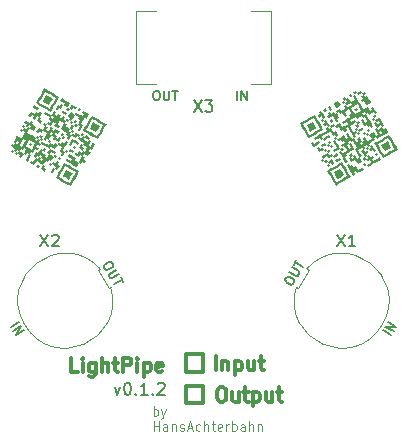
<source format=gto>
G04 #@! TF.GenerationSoftware,KiCad,Pcbnew,7.0.8-7.0.8~ubuntu22.04.1*
G04 #@! TF.CreationDate,2023-10-19T22:21:27+02:00*
G04 #@! TF.ProjectId,LightPipe_PCB,4c696768-7450-4697-9065-5f5043422e6b,v0.1.2*
G04 #@! TF.SameCoordinates,Original*
G04 #@! TF.FileFunction,Legend,Top*
G04 #@! TF.FilePolarity,Positive*
%FSLAX46Y46*%
G04 Gerber Fmt 4.6, Leading zero omitted, Abs format (unit mm)*
G04 Created by KiCad (PCBNEW 7.0.8-7.0.8~ubuntu22.04.1) date 2023-10-19 22:21:27*
%MOMM*%
%LPD*%
G01*
G04 APERTURE LIST*
%ADD10C,0.300000*%
%ADD11C,0.150000*%
%ADD12C,0.120000*%
%ADD13C,0.200000*%
%ADD14C,0.100000*%
%ADD15R,4.400000X4.400000*%
%ADD16C,4.400000*%
%ADD17C,2.200000*%
%ADD18C,1.400000*%
G04 APERTURE END LIST*
D10*
X127000000Y-102750000D02*
X125500000Y-102750000D01*
X125500000Y-101250000D01*
X127000000Y-101250000D01*
X127000000Y-102750000D01*
X127000000Y-105449999D02*
X125500000Y-105449999D01*
X125500000Y-103949999D01*
X127000000Y-103949999D01*
X127000000Y-105449999D01*
D11*
X133928562Y-94923967D02*
X134004753Y-94792002D01*
X134004753Y-94792002D02*
X134075839Y-94745066D01*
X134075839Y-94745066D02*
X134179917Y-94717179D01*
X134179917Y-94717179D02*
X134330931Y-94760378D01*
X134330931Y-94760378D02*
X134561871Y-94893711D01*
X134561871Y-94893711D02*
X134674789Y-95002893D01*
X134674789Y-95002893D02*
X134702677Y-95106971D01*
X134702677Y-95106971D02*
X134697573Y-95192002D01*
X134697573Y-95192002D02*
X134621382Y-95323967D01*
X134621382Y-95323967D02*
X134550296Y-95370903D01*
X134550296Y-95370903D02*
X134446218Y-95398790D01*
X134446218Y-95398790D02*
X134295204Y-95355591D01*
X134295204Y-95355591D02*
X134064264Y-95222258D01*
X134064264Y-95222258D02*
X133951346Y-95113076D01*
X133951346Y-95113076D02*
X133923458Y-95008998D01*
X133923458Y-95008998D02*
X133928562Y-94923967D01*
X134271419Y-94330122D02*
X134832274Y-94653931D01*
X134832274Y-94653931D02*
X134917304Y-94659035D01*
X134917304Y-94659035D02*
X134969343Y-94645091D01*
X134969343Y-94645091D02*
X135040430Y-94598156D01*
X135040430Y-94598156D02*
X135116620Y-94466190D01*
X135116620Y-94466190D02*
X135121724Y-94381159D01*
X135121724Y-94381159D02*
X135107780Y-94329120D01*
X135107780Y-94329120D02*
X135060845Y-94258034D01*
X135060845Y-94258034D02*
X134499991Y-93934224D01*
X134633324Y-93703284D02*
X134861895Y-93307387D01*
X135440430Y-93905336D02*
X134747610Y-93505336D01*
X122950000Y-78962295D02*
X123102381Y-78962295D01*
X123102381Y-78962295D02*
X123178571Y-79000390D01*
X123178571Y-79000390D02*
X123254762Y-79076580D01*
X123254762Y-79076580D02*
X123292857Y-79228961D01*
X123292857Y-79228961D02*
X123292857Y-79495628D01*
X123292857Y-79495628D02*
X123254762Y-79648009D01*
X123254762Y-79648009D02*
X123178571Y-79724200D01*
X123178571Y-79724200D02*
X123102381Y-79762295D01*
X123102381Y-79762295D02*
X122950000Y-79762295D01*
X122950000Y-79762295D02*
X122873809Y-79724200D01*
X122873809Y-79724200D02*
X122797619Y-79648009D01*
X122797619Y-79648009D02*
X122759523Y-79495628D01*
X122759523Y-79495628D02*
X122759523Y-79228961D01*
X122759523Y-79228961D02*
X122797619Y-79076580D01*
X122797619Y-79076580D02*
X122873809Y-79000390D01*
X122873809Y-79000390D02*
X122950000Y-78962295D01*
X123635714Y-78962295D02*
X123635714Y-79609914D01*
X123635714Y-79609914D02*
X123673809Y-79686104D01*
X123673809Y-79686104D02*
X123711904Y-79724200D01*
X123711904Y-79724200D02*
X123788095Y-79762295D01*
X123788095Y-79762295D02*
X123940476Y-79762295D01*
X123940476Y-79762295D02*
X124016666Y-79724200D01*
X124016666Y-79724200D02*
X124054761Y-79686104D01*
X124054761Y-79686104D02*
X124092857Y-79609914D01*
X124092857Y-79609914D02*
X124092857Y-78962295D01*
X124359523Y-78962295D02*
X124816666Y-78962295D01*
X124588094Y-79762295D02*
X124588094Y-78962295D01*
D10*
X128028572Y-102639543D02*
X128028572Y-101439543D01*
X128600001Y-101839543D02*
X128600001Y-102639543D01*
X128600001Y-101953829D02*
X128657144Y-101896686D01*
X128657144Y-101896686D02*
X128771429Y-101839543D01*
X128771429Y-101839543D02*
X128942858Y-101839543D01*
X128942858Y-101839543D02*
X129057144Y-101896686D01*
X129057144Y-101896686D02*
X129114287Y-102010972D01*
X129114287Y-102010972D02*
X129114287Y-102639543D01*
X129685715Y-101839543D02*
X129685715Y-103039543D01*
X129685715Y-101896686D02*
X129800001Y-101839543D01*
X129800001Y-101839543D02*
X130028572Y-101839543D01*
X130028572Y-101839543D02*
X130142858Y-101896686D01*
X130142858Y-101896686D02*
X130200001Y-101953829D01*
X130200001Y-101953829D02*
X130257143Y-102068115D01*
X130257143Y-102068115D02*
X130257143Y-102410972D01*
X130257143Y-102410972D02*
X130200001Y-102525258D01*
X130200001Y-102525258D02*
X130142858Y-102582401D01*
X130142858Y-102582401D02*
X130028572Y-102639543D01*
X130028572Y-102639543D02*
X129800001Y-102639543D01*
X129800001Y-102639543D02*
X129685715Y-102582401D01*
X131285715Y-101839543D02*
X131285715Y-102639543D01*
X130771429Y-101839543D02*
X130771429Y-102468115D01*
X130771429Y-102468115D02*
X130828572Y-102582401D01*
X130828572Y-102582401D02*
X130942857Y-102639543D01*
X130942857Y-102639543D02*
X131114286Y-102639543D01*
X131114286Y-102639543D02*
X131228572Y-102582401D01*
X131228572Y-102582401D02*
X131285715Y-102525258D01*
X131685714Y-101839543D02*
X132142857Y-101839543D01*
X131857143Y-101439543D02*
X131857143Y-102468115D01*
X131857143Y-102468115D02*
X131914286Y-102582401D01*
X131914286Y-102582401D02*
X132028571Y-102639543D01*
X132028571Y-102639543D02*
X132142857Y-102639543D01*
D11*
X119271437Y-93538327D02*
X119347627Y-93670293D01*
X119347627Y-93670293D02*
X119352731Y-93755323D01*
X119352731Y-93755323D02*
X119324844Y-93859401D01*
X119324844Y-93859401D02*
X119211925Y-93968583D01*
X119211925Y-93968583D02*
X118980985Y-94101917D01*
X118980985Y-94101917D02*
X118829972Y-94145116D01*
X118829972Y-94145116D02*
X118725894Y-94117228D01*
X118725894Y-94117228D02*
X118654807Y-94070293D01*
X118654807Y-94070293D02*
X118578617Y-93938327D01*
X118578617Y-93938327D02*
X118573513Y-93853296D01*
X118573513Y-93853296D02*
X118601401Y-93749218D01*
X118601401Y-93749218D02*
X118714319Y-93640036D01*
X118714319Y-93640036D02*
X118945259Y-93506703D01*
X118945259Y-93506703D02*
X119096272Y-93463504D01*
X119096272Y-93463504D02*
X119200350Y-93491392D01*
X119200350Y-93491392D02*
X119271437Y-93538327D01*
X119614294Y-94132173D02*
X119053439Y-94455982D01*
X119053439Y-94455982D02*
X119006504Y-94527069D01*
X119006504Y-94527069D02*
X118992560Y-94579108D01*
X118992560Y-94579108D02*
X118997664Y-94664138D01*
X118997664Y-94664138D02*
X119073855Y-94796104D01*
X119073855Y-94796104D02*
X119144941Y-94843040D01*
X119144941Y-94843040D02*
X119196980Y-94856983D01*
X119196980Y-94856983D02*
X119282011Y-94851880D01*
X119282011Y-94851880D02*
X119842865Y-94528070D01*
X119976199Y-94759010D02*
X120204770Y-95154907D01*
X119397664Y-95356959D02*
X120090484Y-94956959D01*
X110671755Y-98943242D02*
X111364576Y-98543242D01*
X110862231Y-99273156D02*
X111555052Y-98873156D01*
X111555052Y-98873156D02*
X111090803Y-99669053D01*
X111090803Y-99669053D02*
X111783623Y-99269053D01*
X129830954Y-79762294D02*
X129830954Y-78962294D01*
X130211906Y-79762294D02*
X130211906Y-78962294D01*
X130211906Y-78962294D02*
X130669049Y-79762294D01*
X130669049Y-79762294D02*
X130669049Y-78962294D01*
D10*
X116374060Y-102789542D02*
X115802632Y-102789542D01*
X115802632Y-102789542D02*
X115802632Y-101589542D01*
X116774061Y-102789542D02*
X116774061Y-101989542D01*
X116774061Y-101589542D02*
X116716918Y-101646685D01*
X116716918Y-101646685D02*
X116774061Y-101703828D01*
X116774061Y-101703828D02*
X116831204Y-101646685D01*
X116831204Y-101646685D02*
X116774061Y-101589542D01*
X116774061Y-101589542D02*
X116774061Y-101703828D01*
X117859776Y-101989542D02*
X117859776Y-102960971D01*
X117859776Y-102960971D02*
X117802633Y-103075257D01*
X117802633Y-103075257D02*
X117745490Y-103132400D01*
X117745490Y-103132400D02*
X117631204Y-103189542D01*
X117631204Y-103189542D02*
X117459776Y-103189542D01*
X117459776Y-103189542D02*
X117345490Y-103132400D01*
X117859776Y-102732400D02*
X117745490Y-102789542D01*
X117745490Y-102789542D02*
X117516918Y-102789542D01*
X117516918Y-102789542D02*
X117402633Y-102732400D01*
X117402633Y-102732400D02*
X117345490Y-102675257D01*
X117345490Y-102675257D02*
X117288347Y-102560971D01*
X117288347Y-102560971D02*
X117288347Y-102218114D01*
X117288347Y-102218114D02*
X117345490Y-102103828D01*
X117345490Y-102103828D02*
X117402633Y-102046685D01*
X117402633Y-102046685D02*
X117516918Y-101989542D01*
X117516918Y-101989542D02*
X117745490Y-101989542D01*
X117745490Y-101989542D02*
X117859776Y-102046685D01*
X118431204Y-102789542D02*
X118431204Y-101589542D01*
X118945490Y-102789542D02*
X118945490Y-102160971D01*
X118945490Y-102160971D02*
X118888347Y-102046685D01*
X118888347Y-102046685D02*
X118774061Y-101989542D01*
X118774061Y-101989542D02*
X118602632Y-101989542D01*
X118602632Y-101989542D02*
X118488347Y-102046685D01*
X118488347Y-102046685D02*
X118431204Y-102103828D01*
X119345489Y-101989542D02*
X119802632Y-101989542D01*
X119516918Y-101589542D02*
X119516918Y-102618114D01*
X119516918Y-102618114D02*
X119574061Y-102732400D01*
X119574061Y-102732400D02*
X119688346Y-102789542D01*
X119688346Y-102789542D02*
X119802632Y-102789542D01*
X120202632Y-102789542D02*
X120202632Y-101589542D01*
X120202632Y-101589542D02*
X120659775Y-101589542D01*
X120659775Y-101589542D02*
X120774060Y-101646685D01*
X120774060Y-101646685D02*
X120831203Y-101703828D01*
X120831203Y-101703828D02*
X120888346Y-101818114D01*
X120888346Y-101818114D02*
X120888346Y-101989542D01*
X120888346Y-101989542D02*
X120831203Y-102103828D01*
X120831203Y-102103828D02*
X120774060Y-102160971D01*
X120774060Y-102160971D02*
X120659775Y-102218114D01*
X120659775Y-102218114D02*
X120202632Y-102218114D01*
X121402632Y-102789542D02*
X121402632Y-101989542D01*
X121402632Y-101589542D02*
X121345489Y-101646685D01*
X121345489Y-101646685D02*
X121402632Y-101703828D01*
X121402632Y-101703828D02*
X121459775Y-101646685D01*
X121459775Y-101646685D02*
X121402632Y-101589542D01*
X121402632Y-101589542D02*
X121402632Y-101703828D01*
X121974061Y-101989542D02*
X121974061Y-103189542D01*
X121974061Y-102046685D02*
X122088347Y-101989542D01*
X122088347Y-101989542D02*
X122316918Y-101989542D01*
X122316918Y-101989542D02*
X122431204Y-102046685D01*
X122431204Y-102046685D02*
X122488347Y-102103828D01*
X122488347Y-102103828D02*
X122545489Y-102218114D01*
X122545489Y-102218114D02*
X122545489Y-102560971D01*
X122545489Y-102560971D02*
X122488347Y-102675257D01*
X122488347Y-102675257D02*
X122431204Y-102732400D01*
X122431204Y-102732400D02*
X122316918Y-102789542D01*
X122316918Y-102789542D02*
X122088347Y-102789542D01*
X122088347Y-102789542D02*
X121974061Y-102732400D01*
X123516918Y-102732400D02*
X123402632Y-102789542D01*
X123402632Y-102789542D02*
X123174061Y-102789542D01*
X123174061Y-102789542D02*
X123059775Y-102732400D01*
X123059775Y-102732400D02*
X123002632Y-102618114D01*
X123002632Y-102618114D02*
X123002632Y-102160971D01*
X123002632Y-102160971D02*
X123059775Y-102046685D01*
X123059775Y-102046685D02*
X123174061Y-101989542D01*
X123174061Y-101989542D02*
X123402632Y-101989542D01*
X123402632Y-101989542D02*
X123516918Y-102046685D01*
X123516918Y-102046685D02*
X123574061Y-102160971D01*
X123574061Y-102160971D02*
X123574061Y-102275257D01*
X123574061Y-102275257D02*
X123002632Y-102389542D01*
X128428572Y-104089542D02*
X128657144Y-104089542D01*
X128657144Y-104089542D02*
X128771429Y-104146685D01*
X128771429Y-104146685D02*
X128885715Y-104260971D01*
X128885715Y-104260971D02*
X128942858Y-104489542D01*
X128942858Y-104489542D02*
X128942858Y-104889542D01*
X128942858Y-104889542D02*
X128885715Y-105118114D01*
X128885715Y-105118114D02*
X128771429Y-105232400D01*
X128771429Y-105232400D02*
X128657144Y-105289542D01*
X128657144Y-105289542D02*
X128428572Y-105289542D01*
X128428572Y-105289542D02*
X128314287Y-105232400D01*
X128314287Y-105232400D02*
X128200001Y-105118114D01*
X128200001Y-105118114D02*
X128142858Y-104889542D01*
X128142858Y-104889542D02*
X128142858Y-104489542D01*
X128142858Y-104489542D02*
X128200001Y-104260971D01*
X128200001Y-104260971D02*
X128314287Y-104146685D01*
X128314287Y-104146685D02*
X128428572Y-104089542D01*
X129971430Y-104489542D02*
X129971430Y-105289542D01*
X129457144Y-104489542D02*
X129457144Y-105118114D01*
X129457144Y-105118114D02*
X129514287Y-105232400D01*
X129514287Y-105232400D02*
X129628572Y-105289542D01*
X129628572Y-105289542D02*
X129800001Y-105289542D01*
X129800001Y-105289542D02*
X129914287Y-105232400D01*
X129914287Y-105232400D02*
X129971430Y-105175257D01*
X130371429Y-104489542D02*
X130828572Y-104489542D01*
X130542858Y-104089542D02*
X130542858Y-105118114D01*
X130542858Y-105118114D02*
X130600001Y-105232400D01*
X130600001Y-105232400D02*
X130714286Y-105289542D01*
X130714286Y-105289542D02*
X130828572Y-105289542D01*
X131228572Y-104489542D02*
X131228572Y-105689542D01*
X131228572Y-104546685D02*
X131342858Y-104489542D01*
X131342858Y-104489542D02*
X131571429Y-104489542D01*
X131571429Y-104489542D02*
X131685715Y-104546685D01*
X131685715Y-104546685D02*
X131742858Y-104603828D01*
X131742858Y-104603828D02*
X131800000Y-104718114D01*
X131800000Y-104718114D02*
X131800000Y-105060971D01*
X131800000Y-105060971D02*
X131742858Y-105175257D01*
X131742858Y-105175257D02*
X131685715Y-105232400D01*
X131685715Y-105232400D02*
X131571429Y-105289542D01*
X131571429Y-105289542D02*
X131342858Y-105289542D01*
X131342858Y-105289542D02*
X131228572Y-105232400D01*
X132828572Y-104489542D02*
X132828572Y-105289542D01*
X132314286Y-104489542D02*
X132314286Y-105118114D01*
X132314286Y-105118114D02*
X132371429Y-105232400D01*
X132371429Y-105232400D02*
X132485714Y-105289542D01*
X132485714Y-105289542D02*
X132657143Y-105289542D01*
X132657143Y-105289542D02*
X132771429Y-105232400D01*
X132771429Y-105232400D02*
X132828572Y-105175257D01*
X133228571Y-104489542D02*
X133685714Y-104489542D01*
X133400000Y-104089542D02*
X133400000Y-105118114D01*
X133400000Y-105118114D02*
X133457143Y-105232400D01*
X133457143Y-105232400D02*
X133571428Y-105289542D01*
X133571428Y-105289542D02*
X133685714Y-105289542D01*
D11*
X142909197Y-99669052D02*
X142216377Y-99269052D01*
X143099673Y-99339138D02*
X142406853Y-98939138D01*
X142406853Y-98939138D02*
X143328244Y-98943241D01*
X143328244Y-98943241D02*
X142635424Y-98543241D01*
X119472745Y-104038152D02*
X119710840Y-104704819D01*
X119710840Y-104704819D02*
X119948935Y-104038152D01*
X120520364Y-103704819D02*
X120615602Y-103704819D01*
X120615602Y-103704819D02*
X120710840Y-103752438D01*
X120710840Y-103752438D02*
X120758459Y-103800057D01*
X120758459Y-103800057D02*
X120806078Y-103895295D01*
X120806078Y-103895295D02*
X120853697Y-104085771D01*
X120853697Y-104085771D02*
X120853697Y-104323866D01*
X120853697Y-104323866D02*
X120806078Y-104514342D01*
X120806078Y-104514342D02*
X120758459Y-104609580D01*
X120758459Y-104609580D02*
X120710840Y-104657200D01*
X120710840Y-104657200D02*
X120615602Y-104704819D01*
X120615602Y-104704819D02*
X120520364Y-104704819D01*
X120520364Y-104704819D02*
X120425126Y-104657200D01*
X120425126Y-104657200D02*
X120377507Y-104609580D01*
X120377507Y-104609580D02*
X120329888Y-104514342D01*
X120329888Y-104514342D02*
X120282269Y-104323866D01*
X120282269Y-104323866D02*
X120282269Y-104085771D01*
X120282269Y-104085771D02*
X120329888Y-103895295D01*
X120329888Y-103895295D02*
X120377507Y-103800057D01*
X120377507Y-103800057D02*
X120425126Y-103752438D01*
X120425126Y-103752438D02*
X120520364Y-103704819D01*
X121282269Y-104609580D02*
X121329888Y-104657200D01*
X121329888Y-104657200D02*
X121282269Y-104704819D01*
X121282269Y-104704819D02*
X121234650Y-104657200D01*
X121234650Y-104657200D02*
X121282269Y-104609580D01*
X121282269Y-104609580D02*
X121282269Y-104704819D01*
X122282268Y-104704819D02*
X121710840Y-104704819D01*
X121996554Y-104704819D02*
X121996554Y-103704819D01*
X121996554Y-103704819D02*
X121901316Y-103847676D01*
X121901316Y-103847676D02*
X121806078Y-103942914D01*
X121806078Y-103942914D02*
X121710840Y-103990533D01*
X122710840Y-104609580D02*
X122758459Y-104657200D01*
X122758459Y-104657200D02*
X122710840Y-104704819D01*
X122710840Y-104704819D02*
X122663221Y-104657200D01*
X122663221Y-104657200D02*
X122710840Y-104609580D01*
X122710840Y-104609580D02*
X122710840Y-104704819D01*
X123139411Y-103800057D02*
X123187030Y-103752438D01*
X123187030Y-103752438D02*
X123282268Y-103704819D01*
X123282268Y-103704819D02*
X123520363Y-103704819D01*
X123520363Y-103704819D02*
X123615601Y-103752438D01*
X123615601Y-103752438D02*
X123663220Y-103800057D01*
X123663220Y-103800057D02*
X123710839Y-103895295D01*
X123710839Y-103895295D02*
X123710839Y-103990533D01*
X123710839Y-103990533D02*
X123663220Y-104133390D01*
X123663220Y-104133390D02*
X123091792Y-104704819D01*
X123091792Y-104704819D02*
X123710839Y-104704819D01*
D12*
X122769423Y-106469855D02*
X122769423Y-105669855D01*
X122769423Y-105974617D02*
X122845613Y-105936521D01*
X122845613Y-105936521D02*
X122997994Y-105936521D01*
X122997994Y-105936521D02*
X123074185Y-105974617D01*
X123074185Y-105974617D02*
X123112280Y-106012712D01*
X123112280Y-106012712D02*
X123150375Y-106088902D01*
X123150375Y-106088902D02*
X123150375Y-106317474D01*
X123150375Y-106317474D02*
X123112280Y-106393664D01*
X123112280Y-106393664D02*
X123074185Y-106431760D01*
X123074185Y-106431760D02*
X122997994Y-106469855D01*
X122997994Y-106469855D02*
X122845613Y-106469855D01*
X122845613Y-106469855D02*
X122769423Y-106431760D01*
X123417042Y-105936521D02*
X123607518Y-106469855D01*
X123797995Y-105936521D02*
X123607518Y-106469855D01*
X123607518Y-106469855D02*
X123531328Y-106660331D01*
X123531328Y-106660331D02*
X123493233Y-106698426D01*
X123493233Y-106698426D02*
X123417042Y-106736521D01*
X122769423Y-107757855D02*
X122769423Y-106957855D01*
X122769423Y-107338807D02*
X123226566Y-107338807D01*
X123226566Y-107757855D02*
X123226566Y-106957855D01*
X123950375Y-107757855D02*
X123950375Y-107338807D01*
X123950375Y-107338807D02*
X123912280Y-107262617D01*
X123912280Y-107262617D02*
X123836089Y-107224521D01*
X123836089Y-107224521D02*
X123683708Y-107224521D01*
X123683708Y-107224521D02*
X123607518Y-107262617D01*
X123950375Y-107719760D02*
X123874184Y-107757855D01*
X123874184Y-107757855D02*
X123683708Y-107757855D01*
X123683708Y-107757855D02*
X123607518Y-107719760D01*
X123607518Y-107719760D02*
X123569422Y-107643569D01*
X123569422Y-107643569D02*
X123569422Y-107567379D01*
X123569422Y-107567379D02*
X123607518Y-107491188D01*
X123607518Y-107491188D02*
X123683708Y-107453093D01*
X123683708Y-107453093D02*
X123874184Y-107453093D01*
X123874184Y-107453093D02*
X123950375Y-107414998D01*
X124331328Y-107224521D02*
X124331328Y-107757855D01*
X124331328Y-107300712D02*
X124369423Y-107262617D01*
X124369423Y-107262617D02*
X124445613Y-107224521D01*
X124445613Y-107224521D02*
X124559899Y-107224521D01*
X124559899Y-107224521D02*
X124636090Y-107262617D01*
X124636090Y-107262617D02*
X124674185Y-107338807D01*
X124674185Y-107338807D02*
X124674185Y-107757855D01*
X125017042Y-107719760D02*
X125093233Y-107757855D01*
X125093233Y-107757855D02*
X125245614Y-107757855D01*
X125245614Y-107757855D02*
X125321804Y-107719760D01*
X125321804Y-107719760D02*
X125359900Y-107643569D01*
X125359900Y-107643569D02*
X125359900Y-107605474D01*
X125359900Y-107605474D02*
X125321804Y-107529283D01*
X125321804Y-107529283D02*
X125245614Y-107491188D01*
X125245614Y-107491188D02*
X125131328Y-107491188D01*
X125131328Y-107491188D02*
X125055138Y-107453093D01*
X125055138Y-107453093D02*
X125017042Y-107376902D01*
X125017042Y-107376902D02*
X125017042Y-107338807D01*
X125017042Y-107338807D02*
X125055138Y-107262617D01*
X125055138Y-107262617D02*
X125131328Y-107224521D01*
X125131328Y-107224521D02*
X125245614Y-107224521D01*
X125245614Y-107224521D02*
X125321804Y-107262617D01*
X125664661Y-107529283D02*
X126045614Y-107529283D01*
X125588471Y-107757855D02*
X125855138Y-106957855D01*
X125855138Y-106957855D02*
X126121804Y-107757855D01*
X126731328Y-107719760D02*
X126655137Y-107757855D01*
X126655137Y-107757855D02*
X126502756Y-107757855D01*
X126502756Y-107757855D02*
X126426566Y-107719760D01*
X126426566Y-107719760D02*
X126388471Y-107681664D01*
X126388471Y-107681664D02*
X126350375Y-107605474D01*
X126350375Y-107605474D02*
X126350375Y-107376902D01*
X126350375Y-107376902D02*
X126388471Y-107300712D01*
X126388471Y-107300712D02*
X126426566Y-107262617D01*
X126426566Y-107262617D02*
X126502756Y-107224521D01*
X126502756Y-107224521D02*
X126655137Y-107224521D01*
X126655137Y-107224521D02*
X126731328Y-107262617D01*
X127074185Y-107757855D02*
X127074185Y-106957855D01*
X127417042Y-107757855D02*
X127417042Y-107338807D01*
X127417042Y-107338807D02*
X127378947Y-107262617D01*
X127378947Y-107262617D02*
X127302756Y-107224521D01*
X127302756Y-107224521D02*
X127188470Y-107224521D01*
X127188470Y-107224521D02*
X127112280Y-107262617D01*
X127112280Y-107262617D02*
X127074185Y-107300712D01*
X127683709Y-107224521D02*
X127988471Y-107224521D01*
X127797995Y-106957855D02*
X127797995Y-107643569D01*
X127797995Y-107643569D02*
X127836090Y-107719760D01*
X127836090Y-107719760D02*
X127912280Y-107757855D01*
X127912280Y-107757855D02*
X127988471Y-107757855D01*
X128559900Y-107719760D02*
X128483709Y-107757855D01*
X128483709Y-107757855D02*
X128331328Y-107757855D01*
X128331328Y-107757855D02*
X128255138Y-107719760D01*
X128255138Y-107719760D02*
X128217042Y-107643569D01*
X128217042Y-107643569D02*
X128217042Y-107338807D01*
X128217042Y-107338807D02*
X128255138Y-107262617D01*
X128255138Y-107262617D02*
X128331328Y-107224521D01*
X128331328Y-107224521D02*
X128483709Y-107224521D01*
X128483709Y-107224521D02*
X128559900Y-107262617D01*
X128559900Y-107262617D02*
X128597995Y-107338807D01*
X128597995Y-107338807D02*
X128597995Y-107414998D01*
X128597995Y-107414998D02*
X128217042Y-107491188D01*
X128940852Y-107757855D02*
X128940852Y-107224521D01*
X128940852Y-107376902D02*
X128978947Y-107300712D01*
X128978947Y-107300712D02*
X129017042Y-107262617D01*
X129017042Y-107262617D02*
X129093233Y-107224521D01*
X129093233Y-107224521D02*
X129169423Y-107224521D01*
X129436090Y-107757855D02*
X129436090Y-106957855D01*
X129436090Y-107262617D02*
X129512280Y-107224521D01*
X129512280Y-107224521D02*
X129664661Y-107224521D01*
X129664661Y-107224521D02*
X129740852Y-107262617D01*
X129740852Y-107262617D02*
X129778947Y-107300712D01*
X129778947Y-107300712D02*
X129817042Y-107376902D01*
X129817042Y-107376902D02*
X129817042Y-107605474D01*
X129817042Y-107605474D02*
X129778947Y-107681664D01*
X129778947Y-107681664D02*
X129740852Y-107719760D01*
X129740852Y-107719760D02*
X129664661Y-107757855D01*
X129664661Y-107757855D02*
X129512280Y-107757855D01*
X129512280Y-107757855D02*
X129436090Y-107719760D01*
X130502757Y-107757855D02*
X130502757Y-107338807D01*
X130502757Y-107338807D02*
X130464662Y-107262617D01*
X130464662Y-107262617D02*
X130388471Y-107224521D01*
X130388471Y-107224521D02*
X130236090Y-107224521D01*
X130236090Y-107224521D02*
X130159900Y-107262617D01*
X130502757Y-107719760D02*
X130426566Y-107757855D01*
X130426566Y-107757855D02*
X130236090Y-107757855D01*
X130236090Y-107757855D02*
X130159900Y-107719760D01*
X130159900Y-107719760D02*
X130121804Y-107643569D01*
X130121804Y-107643569D02*
X130121804Y-107567379D01*
X130121804Y-107567379D02*
X130159900Y-107491188D01*
X130159900Y-107491188D02*
X130236090Y-107453093D01*
X130236090Y-107453093D02*
X130426566Y-107453093D01*
X130426566Y-107453093D02*
X130502757Y-107414998D01*
X130883710Y-107757855D02*
X130883710Y-106957855D01*
X131226567Y-107757855D02*
X131226567Y-107338807D01*
X131226567Y-107338807D02*
X131188472Y-107262617D01*
X131188472Y-107262617D02*
X131112281Y-107224521D01*
X131112281Y-107224521D02*
X130997995Y-107224521D01*
X130997995Y-107224521D02*
X130921805Y-107262617D01*
X130921805Y-107262617D02*
X130883710Y-107300712D01*
X131607520Y-107224521D02*
X131607520Y-107757855D01*
X131607520Y-107300712D02*
X131645615Y-107262617D01*
X131645615Y-107262617D02*
X131721805Y-107224521D01*
X131721805Y-107224521D02*
X131836091Y-107224521D01*
X131836091Y-107224521D02*
X131912282Y-107262617D01*
X131912282Y-107262617D02*
X131950377Y-107338807D01*
X131950377Y-107338807D02*
X131950377Y-107757855D01*
D11*
X138290476Y-91154819D02*
X138957142Y-92154819D01*
X138957142Y-91154819D02*
X138290476Y-92154819D01*
X139861904Y-92154819D02*
X139290476Y-92154819D01*
X139576190Y-92154819D02*
X139576190Y-91154819D01*
X139576190Y-91154819D02*
X139480952Y-91297676D01*
X139480952Y-91297676D02*
X139385714Y-91392914D01*
X139385714Y-91392914D02*
X139290476Y-91440533D01*
X113190476Y-91154819D02*
X113857142Y-92154819D01*
X113857142Y-91154819D02*
X113190476Y-92154819D01*
X114190476Y-91250057D02*
X114238095Y-91202438D01*
X114238095Y-91202438D02*
X114333333Y-91154819D01*
X114333333Y-91154819D02*
X114571428Y-91154819D01*
X114571428Y-91154819D02*
X114666666Y-91202438D01*
X114666666Y-91202438D02*
X114714285Y-91250057D01*
X114714285Y-91250057D02*
X114761904Y-91345295D01*
X114761904Y-91345295D02*
X114761904Y-91440533D01*
X114761904Y-91440533D02*
X114714285Y-91583390D01*
X114714285Y-91583390D02*
X114142857Y-92154819D01*
X114142857Y-92154819D02*
X114761904Y-92154819D01*
D13*
X126190476Y-79752219D02*
X126857142Y-80752219D01*
X126857142Y-79752219D02*
X126190476Y-80752219D01*
X127142857Y-79752219D02*
X127761904Y-79752219D01*
X127761904Y-79752219D02*
X127428571Y-80133171D01*
X127428571Y-80133171D02*
X127571428Y-80133171D01*
X127571428Y-80133171D02*
X127666666Y-80180790D01*
X127666666Y-80180790D02*
X127714285Y-80228409D01*
X127714285Y-80228409D02*
X127761904Y-80323647D01*
X127761904Y-80323647D02*
X127761904Y-80561742D01*
X127761904Y-80561742D02*
X127714285Y-80656980D01*
X127714285Y-80656980D02*
X127666666Y-80704600D01*
X127666666Y-80704600D02*
X127571428Y-80752219D01*
X127571428Y-80752219D02*
X127285714Y-80752219D01*
X127285714Y-80752219D02*
X127190476Y-80704600D01*
X127190476Y-80704600D02*
X127142857Y-80656980D01*
D14*
X135937049Y-94120577D02*
X135037049Y-95679423D01*
X135763844Y-94020577D02*
X135937049Y-94120577D01*
X135037049Y-95679423D02*
X134863844Y-95579423D01*
X134863844Y-95579423D02*
G75*
G03*
X135763844Y-94020577I3827499J-1170577D01*
G01*
X118962951Y-95679423D02*
X118062951Y-94120577D01*
X119136156Y-95579423D02*
X118962951Y-95679423D01*
X118062951Y-94120577D02*
X118236156Y-94020577D01*
X118236156Y-94020577D02*
G75*
G03*
X119136156Y-95579423I-2927499J-2729423D01*
G01*
X132700000Y-78400000D02*
X131000000Y-78400000D01*
X132700000Y-72200000D02*
X132700000Y-78400000D01*
X131000000Y-72200000D02*
X132700000Y-72200000D01*
X123000000Y-78400000D02*
X121300000Y-78400000D01*
X121300000Y-78400000D02*
X121300000Y-72200000D01*
X121300000Y-72200000D02*
X123000000Y-72200000D01*
G36*
X138381350Y-86893076D02*
G01*
X138199485Y-86998076D01*
X138094485Y-86816211D01*
X138276350Y-86711211D01*
X138381350Y-86893076D01*
G37*
G36*
X138563215Y-86788076D02*
G01*
X138381350Y-86893076D01*
X138276350Y-86711211D01*
X138458215Y-86606211D01*
X138563215Y-86788076D01*
G37*
G36*
X138745081Y-86683076D02*
G01*
X138563215Y-86788076D01*
X138458215Y-86606211D01*
X138640081Y-86501211D01*
X138745081Y-86683076D01*
G37*
G36*
X138926946Y-86578076D02*
G01*
X138745081Y-86683076D01*
X138640081Y-86501211D01*
X138821946Y-86396211D01*
X138926946Y-86578076D01*
G37*
G36*
X139108811Y-86473076D02*
G01*
X138926946Y-86578076D01*
X138821946Y-86396211D01*
X139003811Y-86291211D01*
X139108811Y-86473076D01*
G37*
G36*
X139290677Y-86368076D02*
G01*
X139108811Y-86473076D01*
X139003811Y-86291211D01*
X139185677Y-86186211D01*
X139290677Y-86368076D01*
G37*
G36*
X139472542Y-86263076D02*
G01*
X139290677Y-86368076D01*
X139185677Y-86186211D01*
X139367542Y-86081211D01*
X139472542Y-86263076D01*
G37*
G36*
X139836273Y-86053076D02*
G01*
X139654407Y-86158076D01*
X139549407Y-85976211D01*
X139731273Y-85871211D01*
X139836273Y-86053076D01*
G37*
G36*
X140200003Y-85843076D02*
G01*
X140018138Y-85948076D01*
X139913138Y-85766211D01*
X140095003Y-85661211D01*
X140200003Y-85843076D01*
G37*
G36*
X140381869Y-85738076D02*
G01*
X140200003Y-85843076D01*
X140095003Y-85661211D01*
X140276869Y-85556211D01*
X140381869Y-85738076D01*
G37*
G36*
X140563734Y-85633076D02*
G01*
X140381869Y-85738076D01*
X140276869Y-85556211D01*
X140458734Y-85451211D01*
X140563734Y-85633076D01*
G37*
G36*
X141109330Y-85318076D02*
G01*
X140927465Y-85423076D01*
X140822465Y-85241211D01*
X141004330Y-85136211D01*
X141109330Y-85318076D01*
G37*
G36*
X141291195Y-85213076D02*
G01*
X141109330Y-85318076D01*
X141004330Y-85136211D01*
X141186195Y-85031211D01*
X141291195Y-85213076D01*
G37*
G36*
X141473061Y-85108076D02*
G01*
X141291195Y-85213076D01*
X141186195Y-85031211D01*
X141368061Y-84926211D01*
X141473061Y-85108076D01*
G37*
G36*
X141654926Y-85003076D02*
G01*
X141473061Y-85108076D01*
X141368061Y-84926211D01*
X141549926Y-84821211D01*
X141654926Y-85003076D01*
G37*
G36*
X141836791Y-84898076D02*
G01*
X141654926Y-85003076D01*
X141549926Y-84821211D01*
X141731791Y-84716211D01*
X141836791Y-84898076D01*
G37*
G36*
X142018657Y-84793076D02*
G01*
X141836791Y-84898076D01*
X141731791Y-84716211D01*
X141913657Y-84611211D01*
X142018657Y-84793076D01*
G37*
G36*
X142382387Y-84583076D02*
G01*
X142200522Y-84688076D01*
X142095522Y-84506211D01*
X142277387Y-84401211D01*
X142382387Y-84583076D01*
G37*
G36*
X142564253Y-84478076D02*
G01*
X142382387Y-84583076D01*
X142277387Y-84401211D01*
X142459253Y-84296211D01*
X142564253Y-84478076D01*
G37*
G36*
X142746118Y-84373076D02*
G01*
X142564253Y-84478076D01*
X142459253Y-84296211D01*
X142641118Y-84191211D01*
X142746118Y-84373076D01*
G37*
G36*
X142927983Y-84268076D02*
G01*
X142746118Y-84373076D01*
X142641118Y-84191211D01*
X142822983Y-84086211D01*
X142927983Y-84268076D01*
G37*
G36*
X143109849Y-84163076D02*
G01*
X142927983Y-84268076D01*
X142822983Y-84086211D01*
X143004849Y-83981211D01*
X143109849Y-84163076D01*
G37*
G36*
X143291714Y-84058076D02*
G01*
X143109849Y-84163076D01*
X143004849Y-83981211D01*
X143186714Y-83876211D01*
X143291714Y-84058076D01*
G37*
G36*
X143473579Y-83953076D02*
G01*
X143291714Y-84058076D01*
X143186714Y-83876211D01*
X143368579Y-83771211D01*
X143473579Y-83953076D01*
G37*
G36*
X138276350Y-86711211D02*
G01*
X138094485Y-86816211D01*
X137989485Y-86634346D01*
X138171350Y-86529346D01*
X138276350Y-86711211D01*
G37*
G36*
X139367542Y-86081211D02*
G01*
X139185677Y-86186211D01*
X139080677Y-86004346D01*
X139262542Y-85899346D01*
X139367542Y-86081211D01*
G37*
G36*
X139731273Y-85871211D02*
G01*
X139549407Y-85976211D01*
X139444407Y-85794346D01*
X139626273Y-85689346D01*
X139731273Y-85871211D01*
G37*
G36*
X139913138Y-85766211D02*
G01*
X139731273Y-85871211D01*
X139626273Y-85689346D01*
X139808138Y-85584346D01*
X139913138Y-85766211D01*
G37*
G36*
X140095003Y-85661211D02*
G01*
X139913138Y-85766211D01*
X139808138Y-85584346D01*
X139990003Y-85479346D01*
X140095003Y-85661211D01*
G37*
G36*
X140822465Y-85241211D02*
G01*
X140640599Y-85346211D01*
X140535599Y-85164346D01*
X140717465Y-85059346D01*
X140822465Y-85241211D01*
G37*
G36*
X141368061Y-84926211D02*
G01*
X141186195Y-85031211D01*
X141081195Y-84849346D01*
X141263061Y-84744346D01*
X141368061Y-84926211D01*
G37*
G36*
X142277387Y-84401211D02*
G01*
X142095522Y-84506211D01*
X141990522Y-84324346D01*
X142172387Y-84219346D01*
X142277387Y-84401211D01*
G37*
G36*
X143368579Y-83771211D02*
G01*
X143186714Y-83876211D01*
X143081714Y-83694346D01*
X143263579Y-83589346D01*
X143368579Y-83771211D01*
G37*
G36*
X138171350Y-86529346D02*
G01*
X137989485Y-86634346D01*
X137884485Y-86452480D01*
X138066350Y-86347480D01*
X138171350Y-86529346D01*
G37*
G36*
X138535081Y-86319346D02*
G01*
X138353215Y-86424346D01*
X138248215Y-86242480D01*
X138430081Y-86137480D01*
X138535081Y-86319346D01*
G37*
G36*
X138716946Y-86214346D02*
G01*
X138535081Y-86319346D01*
X138430081Y-86137480D01*
X138611946Y-86032480D01*
X138716946Y-86214346D01*
G37*
G36*
X138898811Y-86109346D02*
G01*
X138716946Y-86214346D01*
X138611946Y-86032480D01*
X138793811Y-85927480D01*
X138898811Y-86109346D01*
G37*
G36*
X139262542Y-85899346D02*
G01*
X139080677Y-86004346D01*
X138975677Y-85822480D01*
X139157542Y-85717480D01*
X139262542Y-85899346D01*
G37*
G36*
X139626273Y-85689346D02*
G01*
X139444407Y-85794346D01*
X139339407Y-85612480D01*
X139521273Y-85507480D01*
X139626273Y-85689346D01*
G37*
G36*
X139808138Y-85584346D02*
G01*
X139626273Y-85689346D01*
X139521273Y-85507480D01*
X139703138Y-85402480D01*
X139808138Y-85584346D01*
G37*
G36*
X139990003Y-85479346D02*
G01*
X139808138Y-85584346D01*
X139703138Y-85402480D01*
X139885003Y-85297480D01*
X139990003Y-85479346D01*
G37*
G36*
X141081195Y-84849346D02*
G01*
X140899330Y-84954346D01*
X140794330Y-84772480D01*
X140976195Y-84667480D01*
X141081195Y-84849346D01*
G37*
G36*
X141263061Y-84744346D02*
G01*
X141081195Y-84849346D01*
X140976195Y-84667480D01*
X141158061Y-84562480D01*
X141263061Y-84744346D01*
G37*
G36*
X141444926Y-84639346D02*
G01*
X141263061Y-84744346D01*
X141158061Y-84562480D01*
X141339926Y-84457480D01*
X141444926Y-84639346D01*
G37*
G36*
X141808657Y-84429346D02*
G01*
X141626791Y-84534346D01*
X141521791Y-84352480D01*
X141703657Y-84247480D01*
X141808657Y-84429346D01*
G37*
G36*
X142172387Y-84219346D02*
G01*
X141990522Y-84324346D01*
X141885522Y-84142480D01*
X142067387Y-84037480D01*
X142172387Y-84219346D01*
G37*
G36*
X142536118Y-84009346D02*
G01*
X142354253Y-84114346D01*
X142249253Y-83932480D01*
X142431118Y-83827480D01*
X142536118Y-84009346D01*
G37*
G36*
X142717983Y-83904346D02*
G01*
X142536118Y-84009346D01*
X142431118Y-83827480D01*
X142612983Y-83722480D01*
X142717983Y-83904346D01*
G37*
G36*
X142899849Y-83799346D02*
G01*
X142717983Y-83904346D01*
X142612983Y-83722480D01*
X142794849Y-83617480D01*
X142899849Y-83799346D01*
G37*
G36*
X143263579Y-83589346D02*
G01*
X143081714Y-83694346D01*
X142976714Y-83512480D01*
X143158579Y-83407480D01*
X143263579Y-83589346D01*
G37*
G36*
X138066350Y-86347480D02*
G01*
X137884485Y-86452480D01*
X137779485Y-86270615D01*
X137961350Y-86165615D01*
X138066350Y-86347480D01*
G37*
G36*
X138430081Y-86137480D02*
G01*
X138248215Y-86242480D01*
X138143215Y-86060615D01*
X138325081Y-85955615D01*
X138430081Y-86137480D01*
G37*
G36*
X138611946Y-86032480D02*
G01*
X138430081Y-86137480D01*
X138325081Y-85955615D01*
X138506946Y-85850615D01*
X138611946Y-86032480D01*
G37*
G36*
X138793811Y-85927480D02*
G01*
X138611946Y-86032480D01*
X138506946Y-85850615D01*
X138688811Y-85745615D01*
X138793811Y-85927480D01*
G37*
G36*
X139157542Y-85717480D02*
G01*
X138975677Y-85822480D01*
X138870677Y-85640615D01*
X139052542Y-85535615D01*
X139157542Y-85717480D01*
G37*
G36*
X139521273Y-85507480D02*
G01*
X139339407Y-85612480D01*
X139234407Y-85430615D01*
X139416273Y-85325615D01*
X139521273Y-85507480D01*
G37*
G36*
X139703138Y-85402480D02*
G01*
X139521273Y-85507480D01*
X139416273Y-85325615D01*
X139598138Y-85220615D01*
X139703138Y-85402480D01*
G37*
G36*
X140248734Y-85087480D02*
G01*
X140066869Y-85192480D01*
X139961869Y-85010615D01*
X140143734Y-84905615D01*
X140248734Y-85087480D01*
G37*
G36*
X140430599Y-84982480D02*
G01*
X140248734Y-85087480D01*
X140143734Y-84905615D01*
X140325599Y-84800615D01*
X140430599Y-84982480D01*
G37*
G36*
X140794330Y-84772480D02*
G01*
X140612465Y-84877480D01*
X140507465Y-84695615D01*
X140689330Y-84590615D01*
X140794330Y-84772480D01*
G37*
G36*
X141158061Y-84562480D02*
G01*
X140976195Y-84667480D01*
X140871195Y-84485615D01*
X141053061Y-84380615D01*
X141158061Y-84562480D01*
G37*
G36*
X142067387Y-84037480D02*
G01*
X141885522Y-84142480D01*
X141780522Y-83960615D01*
X141962387Y-83855615D01*
X142067387Y-84037480D01*
G37*
G36*
X142431118Y-83827480D02*
G01*
X142249253Y-83932480D01*
X142144253Y-83750615D01*
X142326118Y-83645615D01*
X142431118Y-83827480D01*
G37*
G36*
X142612983Y-83722480D02*
G01*
X142431118Y-83827480D01*
X142326118Y-83645615D01*
X142507983Y-83540615D01*
X142612983Y-83722480D01*
G37*
G36*
X142794849Y-83617480D02*
G01*
X142612983Y-83722480D01*
X142507983Y-83540615D01*
X142689849Y-83435615D01*
X142794849Y-83617480D01*
G37*
G36*
X143158579Y-83407480D02*
G01*
X142976714Y-83512480D01*
X142871714Y-83330615D01*
X143053579Y-83225615D01*
X143158579Y-83407480D01*
G37*
G36*
X137961350Y-86165615D02*
G01*
X137779485Y-86270615D01*
X137674485Y-86088750D01*
X137856350Y-85983750D01*
X137961350Y-86165615D01*
G37*
G36*
X138325081Y-85955615D02*
G01*
X138143215Y-86060615D01*
X138038215Y-85878750D01*
X138220081Y-85773750D01*
X138325081Y-85955615D01*
G37*
G36*
X138506946Y-85850615D02*
G01*
X138325081Y-85955615D01*
X138220081Y-85773750D01*
X138401946Y-85668750D01*
X138506946Y-85850615D01*
G37*
G36*
X138688811Y-85745615D02*
G01*
X138506946Y-85850615D01*
X138401946Y-85668750D01*
X138583811Y-85563750D01*
X138688811Y-85745615D01*
G37*
G36*
X139052542Y-85535615D02*
G01*
X138870677Y-85640615D01*
X138765677Y-85458750D01*
X138947542Y-85353750D01*
X139052542Y-85535615D01*
G37*
G36*
X139416273Y-85325615D02*
G01*
X139234407Y-85430615D01*
X139129407Y-85248750D01*
X139311273Y-85143750D01*
X139416273Y-85325615D01*
G37*
G36*
X140143734Y-84905615D02*
G01*
X139961869Y-85010615D01*
X139856869Y-84828750D01*
X140038734Y-84723750D01*
X140143734Y-84905615D01*
G37*
G36*
X140325599Y-84800615D02*
G01*
X140143734Y-84905615D01*
X140038734Y-84723750D01*
X140220599Y-84618750D01*
X140325599Y-84800615D01*
G37*
G36*
X140871195Y-84485615D02*
G01*
X140689330Y-84590615D01*
X140584330Y-84408750D01*
X140766195Y-84303750D01*
X140871195Y-84485615D01*
G37*
G36*
X141598657Y-84065615D02*
G01*
X141416791Y-84170615D01*
X141311791Y-83988750D01*
X141493657Y-83883750D01*
X141598657Y-84065615D01*
G37*
G36*
X141962387Y-83855615D02*
G01*
X141780522Y-83960615D01*
X141675522Y-83778750D01*
X141857387Y-83673750D01*
X141962387Y-83855615D01*
G37*
G36*
X142326118Y-83645615D02*
G01*
X142144253Y-83750615D01*
X142039253Y-83568750D01*
X142221118Y-83463750D01*
X142326118Y-83645615D01*
G37*
G36*
X142507983Y-83540615D02*
G01*
X142326118Y-83645615D01*
X142221118Y-83463750D01*
X142402983Y-83358750D01*
X142507983Y-83540615D01*
G37*
G36*
X142689849Y-83435615D02*
G01*
X142507983Y-83540615D01*
X142402983Y-83358750D01*
X142584849Y-83253750D01*
X142689849Y-83435615D01*
G37*
G36*
X143053579Y-83225615D02*
G01*
X142871714Y-83330615D01*
X142766714Y-83148750D01*
X142948579Y-83043750D01*
X143053579Y-83225615D01*
G37*
G36*
X137856350Y-85983750D02*
G01*
X137674485Y-86088750D01*
X137569485Y-85906884D01*
X137751350Y-85801884D01*
X137856350Y-85983750D01*
G37*
G36*
X138947542Y-85353750D02*
G01*
X138765677Y-85458750D01*
X138660677Y-85276884D01*
X138842542Y-85171884D01*
X138947542Y-85353750D01*
G37*
G36*
X139675003Y-84933750D02*
G01*
X139493138Y-85038750D01*
X139388138Y-84856884D01*
X139570003Y-84751884D01*
X139675003Y-84933750D01*
G37*
G36*
X139856869Y-84828750D02*
G01*
X139675003Y-84933750D01*
X139570003Y-84751884D01*
X139751869Y-84646884D01*
X139856869Y-84828750D01*
G37*
G36*
X140038734Y-84723750D02*
G01*
X139856869Y-84828750D01*
X139751869Y-84646884D01*
X139933734Y-84541884D01*
X140038734Y-84723750D01*
G37*
G36*
X140402465Y-84513750D02*
G01*
X140220599Y-84618750D01*
X140115599Y-84436884D01*
X140297465Y-84331884D01*
X140402465Y-84513750D01*
G37*
G36*
X140766195Y-84303750D02*
G01*
X140584330Y-84408750D01*
X140479330Y-84226884D01*
X140661195Y-84121884D01*
X140766195Y-84303750D01*
G37*
G36*
X140948061Y-84198750D02*
G01*
X140766195Y-84303750D01*
X140661195Y-84121884D01*
X140843061Y-84016884D01*
X140948061Y-84198750D01*
G37*
G36*
X141311791Y-83988750D02*
G01*
X141129926Y-84093750D01*
X141024926Y-83911884D01*
X141206791Y-83806884D01*
X141311791Y-83988750D01*
G37*
G36*
X141493657Y-83883750D02*
G01*
X141311791Y-83988750D01*
X141206791Y-83806884D01*
X141388657Y-83701884D01*
X141493657Y-83883750D01*
G37*
G36*
X141857387Y-83673750D02*
G01*
X141675522Y-83778750D01*
X141570522Y-83596884D01*
X141752387Y-83491884D01*
X141857387Y-83673750D01*
G37*
G36*
X142948579Y-83043750D02*
G01*
X142766714Y-83148750D01*
X142661714Y-82966884D01*
X142843579Y-82861884D01*
X142948579Y-83043750D01*
G37*
G36*
X137751350Y-85801884D02*
G01*
X137569485Y-85906884D01*
X137464485Y-85725019D01*
X137646350Y-85620019D01*
X137751350Y-85801884D01*
G37*
G36*
X137933215Y-85696884D02*
G01*
X137751350Y-85801884D01*
X137646350Y-85620019D01*
X137828215Y-85515019D01*
X137933215Y-85696884D01*
G37*
G36*
X138115081Y-85591884D02*
G01*
X137933215Y-85696884D01*
X137828215Y-85515019D01*
X138010081Y-85410019D01*
X138115081Y-85591884D01*
G37*
G36*
X138296946Y-85486884D02*
G01*
X138115081Y-85591884D01*
X138010081Y-85410019D01*
X138191946Y-85305019D01*
X138296946Y-85486884D01*
G37*
G36*
X138478811Y-85381884D02*
G01*
X138296946Y-85486884D01*
X138191946Y-85305019D01*
X138373811Y-85200019D01*
X138478811Y-85381884D01*
G37*
G36*
X138660677Y-85276884D02*
G01*
X138478811Y-85381884D01*
X138373811Y-85200019D01*
X138555677Y-85095019D01*
X138660677Y-85276884D01*
G37*
G36*
X138842542Y-85171884D02*
G01*
X138660677Y-85276884D01*
X138555677Y-85095019D01*
X138737542Y-84990019D01*
X138842542Y-85171884D01*
G37*
G36*
X139206273Y-84961884D02*
G01*
X139024407Y-85066884D01*
X138919407Y-84885019D01*
X139101273Y-84780019D01*
X139206273Y-84961884D01*
G37*
G36*
X139570003Y-84751884D02*
G01*
X139388138Y-84856884D01*
X139283138Y-84675019D01*
X139465003Y-84570019D01*
X139570003Y-84751884D01*
G37*
G36*
X139933734Y-84541884D02*
G01*
X139751869Y-84646884D01*
X139646869Y-84465019D01*
X139828734Y-84360019D01*
X139933734Y-84541884D01*
G37*
G36*
X140297465Y-84331884D02*
G01*
X140115599Y-84436884D01*
X140010599Y-84255019D01*
X140192465Y-84150019D01*
X140297465Y-84331884D01*
G37*
G36*
X140661195Y-84121884D02*
G01*
X140479330Y-84226884D01*
X140374330Y-84045019D01*
X140556195Y-83940019D01*
X140661195Y-84121884D01*
G37*
G36*
X141024926Y-83911884D02*
G01*
X140843061Y-84016884D01*
X140738061Y-83835019D01*
X140919926Y-83730019D01*
X141024926Y-83911884D01*
G37*
G36*
X141388657Y-83701884D02*
G01*
X141206791Y-83806884D01*
X141101791Y-83625019D01*
X141283657Y-83520019D01*
X141388657Y-83701884D01*
G37*
G36*
X141752387Y-83491884D02*
G01*
X141570522Y-83596884D01*
X141465522Y-83415019D01*
X141647387Y-83310019D01*
X141752387Y-83491884D01*
G37*
G36*
X141934253Y-83386884D02*
G01*
X141752387Y-83491884D01*
X141647387Y-83310019D01*
X141829253Y-83205019D01*
X141934253Y-83386884D01*
G37*
G36*
X142116118Y-83281884D02*
G01*
X141934253Y-83386884D01*
X141829253Y-83205019D01*
X142011118Y-83100019D01*
X142116118Y-83281884D01*
G37*
G36*
X142297983Y-83176884D02*
G01*
X142116118Y-83281884D01*
X142011118Y-83100019D01*
X142192983Y-82995019D01*
X142297983Y-83176884D01*
G37*
G36*
X142479849Y-83071884D02*
G01*
X142297983Y-83176884D01*
X142192983Y-82995019D01*
X142374849Y-82890019D01*
X142479849Y-83071884D01*
G37*
G36*
X142661714Y-82966884D02*
G01*
X142479849Y-83071884D01*
X142374849Y-82890019D01*
X142556714Y-82785019D01*
X142661714Y-82966884D01*
G37*
G36*
X142843579Y-82861884D02*
G01*
X142661714Y-82966884D01*
X142556714Y-82785019D01*
X142738579Y-82680019D01*
X142843579Y-82861884D01*
G37*
G36*
X139101273Y-84780019D02*
G01*
X138919407Y-84885019D01*
X138814407Y-84703154D01*
X138996273Y-84598154D01*
X139101273Y-84780019D01*
G37*
G36*
X139646869Y-84465019D02*
G01*
X139465003Y-84570019D01*
X139360003Y-84388154D01*
X139541869Y-84283154D01*
X139646869Y-84465019D01*
G37*
G36*
X140192465Y-84150019D02*
G01*
X140010599Y-84255019D01*
X139905599Y-84073154D01*
X140087465Y-83968154D01*
X140192465Y-84150019D01*
G37*
G36*
X140738061Y-83835019D02*
G01*
X140556195Y-83940019D01*
X140451195Y-83758154D01*
X140633061Y-83653154D01*
X140738061Y-83835019D01*
G37*
G36*
X141101791Y-83625019D02*
G01*
X140919926Y-83730019D01*
X140814926Y-83548154D01*
X140996791Y-83443154D01*
X141101791Y-83625019D01*
G37*
G36*
X137723215Y-85333154D02*
G01*
X137541350Y-85438154D01*
X137436350Y-85256288D01*
X137618215Y-85151288D01*
X137723215Y-85333154D01*
G37*
G36*
X138086946Y-85123154D02*
G01*
X137905081Y-85228154D01*
X137800081Y-85046288D01*
X137981946Y-84941288D01*
X138086946Y-85123154D01*
G37*
G36*
X138450677Y-84913154D02*
G01*
X138268811Y-85018154D01*
X138163811Y-84836288D01*
X138345677Y-84731288D01*
X138450677Y-84913154D01*
G37*
G36*
X138632542Y-84808154D02*
G01*
X138450677Y-84913154D01*
X138345677Y-84731288D01*
X138527542Y-84626288D01*
X138632542Y-84808154D01*
G37*
G36*
X138996273Y-84598154D02*
G01*
X138814407Y-84703154D01*
X138709407Y-84521288D01*
X138891273Y-84416288D01*
X138996273Y-84598154D01*
G37*
G36*
X139178138Y-84493154D02*
G01*
X138996273Y-84598154D01*
X138891273Y-84416288D01*
X139073138Y-84311288D01*
X139178138Y-84493154D01*
G37*
G36*
X140087465Y-83968154D02*
G01*
X139905599Y-84073154D01*
X139800599Y-83891288D01*
X139982465Y-83786288D01*
X140087465Y-83968154D01*
G37*
G36*
X140269330Y-83863154D02*
G01*
X140087465Y-83968154D01*
X139982465Y-83786288D01*
X140164330Y-83681288D01*
X140269330Y-83863154D01*
G37*
G36*
X140451195Y-83758154D02*
G01*
X140269330Y-83863154D01*
X140164330Y-83681288D01*
X140346195Y-83576288D01*
X140451195Y-83758154D01*
G37*
G36*
X140633061Y-83653154D02*
G01*
X140451195Y-83758154D01*
X140346195Y-83576288D01*
X140528061Y-83471288D01*
X140633061Y-83653154D01*
G37*
G36*
X140814926Y-83548154D02*
G01*
X140633061Y-83653154D01*
X140528061Y-83471288D01*
X140709926Y-83366288D01*
X140814926Y-83548154D01*
G37*
G36*
X140996791Y-83443154D02*
G01*
X140814926Y-83548154D01*
X140709926Y-83366288D01*
X140891791Y-83261288D01*
X140996791Y-83443154D01*
G37*
G36*
X141178657Y-83338154D02*
G01*
X140996791Y-83443154D01*
X140891791Y-83261288D01*
X141073657Y-83156288D01*
X141178657Y-83338154D01*
G37*
G36*
X141360522Y-83233154D02*
G01*
X141178657Y-83338154D01*
X141073657Y-83156288D01*
X141255522Y-83051288D01*
X141360522Y-83233154D01*
G37*
G36*
X141542387Y-83128154D02*
G01*
X141360522Y-83233154D01*
X141255522Y-83051288D01*
X141437387Y-82946288D01*
X141542387Y-83128154D01*
G37*
G36*
X141906118Y-82918154D02*
G01*
X141724253Y-83023154D01*
X141619253Y-82841288D01*
X141801118Y-82736288D01*
X141906118Y-82918154D01*
G37*
G36*
X142087983Y-82813154D02*
G01*
X141906118Y-82918154D01*
X141801118Y-82736288D01*
X141982983Y-82631288D01*
X142087983Y-82813154D01*
G37*
G36*
X142269849Y-82708154D02*
G01*
X142087983Y-82813154D01*
X141982983Y-82631288D01*
X142164849Y-82526288D01*
X142269849Y-82708154D01*
G37*
G36*
X142451714Y-82603154D02*
G01*
X142269849Y-82708154D01*
X142164849Y-82526288D01*
X142346714Y-82421288D01*
X142451714Y-82603154D01*
G37*
G36*
X142633579Y-82498154D02*
G01*
X142451714Y-82603154D01*
X142346714Y-82421288D01*
X142528579Y-82316288D01*
X142633579Y-82498154D01*
G37*
G36*
X137800081Y-85046288D02*
G01*
X137618215Y-85151288D01*
X137513215Y-84969423D01*
X137695081Y-84864423D01*
X137800081Y-85046288D01*
G37*
G36*
X137981946Y-84941288D02*
G01*
X137800081Y-85046288D01*
X137695081Y-84864423D01*
X137876946Y-84759423D01*
X137981946Y-84941288D01*
G37*
G36*
X138891273Y-84416288D02*
G01*
X138709407Y-84521288D01*
X138604407Y-84339423D01*
X138786273Y-84234423D01*
X138891273Y-84416288D01*
G37*
G36*
X139073138Y-84311288D02*
G01*
X138891273Y-84416288D01*
X138786273Y-84234423D01*
X138968138Y-84129423D01*
X139073138Y-84311288D01*
G37*
G36*
X139255003Y-84206288D02*
G01*
X139073138Y-84311288D01*
X138968138Y-84129423D01*
X139150003Y-84024423D01*
X139255003Y-84206288D01*
G37*
G36*
X139436869Y-84101288D02*
G01*
X139255003Y-84206288D01*
X139150003Y-84024423D01*
X139331869Y-83919423D01*
X139436869Y-84101288D01*
G37*
G36*
X139618734Y-83996288D02*
G01*
X139436869Y-84101288D01*
X139331869Y-83919423D01*
X139513734Y-83814423D01*
X139618734Y-83996288D01*
G37*
G36*
X139800599Y-83891288D02*
G01*
X139618734Y-83996288D01*
X139513734Y-83814423D01*
X139695599Y-83709423D01*
X139800599Y-83891288D01*
G37*
G36*
X140164330Y-83681288D02*
G01*
X139982465Y-83786288D01*
X139877465Y-83604423D01*
X140059330Y-83499423D01*
X140164330Y-83681288D01*
G37*
G36*
X140346195Y-83576288D02*
G01*
X140164330Y-83681288D01*
X140059330Y-83499423D01*
X140241195Y-83394423D01*
X140346195Y-83576288D01*
G37*
G36*
X140709926Y-83366288D02*
G01*
X140528061Y-83471288D01*
X140423061Y-83289423D01*
X140604926Y-83184423D01*
X140709926Y-83366288D01*
G37*
G36*
X140891791Y-83261288D02*
G01*
X140709926Y-83366288D01*
X140604926Y-83184423D01*
X140786791Y-83079423D01*
X140891791Y-83261288D01*
G37*
G36*
X141437387Y-82946288D02*
G01*
X141255522Y-83051288D01*
X141150522Y-82869423D01*
X141332387Y-82764423D01*
X141437387Y-82946288D01*
G37*
G36*
X141619253Y-82841288D02*
G01*
X141437387Y-82946288D01*
X141332387Y-82764423D01*
X141514253Y-82659423D01*
X141619253Y-82841288D01*
G37*
G36*
X141982983Y-82631288D02*
G01*
X141801118Y-82736288D01*
X141696118Y-82554423D01*
X141877983Y-82449423D01*
X141982983Y-82631288D01*
G37*
G36*
X142346714Y-82421288D02*
G01*
X142164849Y-82526288D01*
X142059849Y-82344423D01*
X142241714Y-82239423D01*
X142346714Y-82421288D01*
G37*
G36*
X142528579Y-82316288D02*
G01*
X142346714Y-82421288D01*
X142241714Y-82239423D01*
X142423579Y-82134423D01*
X142528579Y-82316288D01*
G37*
G36*
X137513215Y-84969423D02*
G01*
X137331350Y-85074423D01*
X137226350Y-84892558D01*
X137408215Y-84787558D01*
X137513215Y-84969423D01*
G37*
G36*
X138240677Y-84549423D02*
G01*
X138058811Y-84654423D01*
X137953811Y-84472558D01*
X138135677Y-84367558D01*
X138240677Y-84549423D01*
G37*
G36*
X138422542Y-84444423D02*
G01*
X138240677Y-84549423D01*
X138135677Y-84367558D01*
X138317542Y-84262558D01*
X138422542Y-84444423D01*
G37*
G36*
X138786273Y-84234423D02*
G01*
X138604407Y-84339423D01*
X138499407Y-84157558D01*
X138681273Y-84052558D01*
X138786273Y-84234423D01*
G37*
G36*
X139331869Y-83919423D02*
G01*
X139150003Y-84024423D01*
X139045003Y-83842558D01*
X139226869Y-83737558D01*
X139331869Y-83919423D01*
G37*
G36*
X139695599Y-83709423D02*
G01*
X139513734Y-83814423D01*
X139408734Y-83632558D01*
X139590599Y-83527558D01*
X139695599Y-83709423D01*
G37*
G36*
X140059330Y-83499423D02*
G01*
X139877465Y-83604423D01*
X139772465Y-83422558D01*
X139954330Y-83317558D01*
X140059330Y-83499423D01*
G37*
G36*
X140241195Y-83394423D02*
G01*
X140059330Y-83499423D01*
X139954330Y-83317558D01*
X140136195Y-83212558D01*
X140241195Y-83394423D01*
G37*
G36*
X140423061Y-83289423D02*
G01*
X140241195Y-83394423D01*
X140136195Y-83212558D01*
X140318061Y-83107558D01*
X140423061Y-83289423D01*
G37*
G36*
X140786791Y-83079423D02*
G01*
X140604926Y-83184423D01*
X140499926Y-83002558D01*
X140681791Y-82897558D01*
X140786791Y-83079423D01*
G37*
G36*
X141332387Y-82764423D02*
G01*
X141150522Y-82869423D01*
X141045522Y-82687558D01*
X141227387Y-82582558D01*
X141332387Y-82764423D01*
G37*
G36*
X141514253Y-82659423D02*
G01*
X141332387Y-82764423D01*
X141227387Y-82582558D01*
X141409253Y-82477558D01*
X141514253Y-82659423D01*
G37*
G36*
X141877983Y-82449423D02*
G01*
X141696118Y-82554423D01*
X141591118Y-82372558D01*
X141772983Y-82267558D01*
X141877983Y-82449423D01*
G37*
G36*
X142059849Y-82344423D02*
G01*
X141877983Y-82449423D01*
X141772983Y-82267558D01*
X141954849Y-82162558D01*
X142059849Y-82344423D01*
G37*
G36*
X142241714Y-82239423D02*
G01*
X142059849Y-82344423D01*
X141954849Y-82162558D01*
X142136714Y-82057558D01*
X142241714Y-82239423D01*
G37*
G36*
X137226350Y-84892558D02*
G01*
X137044485Y-84997558D01*
X136939485Y-84815692D01*
X137121350Y-84710692D01*
X137226350Y-84892558D01*
G37*
G36*
X137771946Y-84577558D02*
G01*
X137590081Y-84682558D01*
X137485081Y-84500692D01*
X137666946Y-84395692D01*
X137771946Y-84577558D01*
G37*
G36*
X137953811Y-84472558D02*
G01*
X137771946Y-84577558D01*
X137666946Y-84395692D01*
X137848811Y-84290692D01*
X137953811Y-84472558D01*
G37*
G36*
X138863138Y-83947558D02*
G01*
X138681273Y-84052558D01*
X138576273Y-83870692D01*
X138758138Y-83765692D01*
X138863138Y-83947558D01*
G37*
G36*
X139226869Y-83737558D02*
G01*
X139045003Y-83842558D01*
X138940003Y-83660692D01*
X139121869Y-83555692D01*
X139226869Y-83737558D01*
G37*
G36*
X139590599Y-83527558D02*
G01*
X139408734Y-83632558D01*
X139303734Y-83450692D01*
X139485599Y-83345692D01*
X139590599Y-83527558D01*
G37*
G36*
X139954330Y-83317558D02*
G01*
X139772465Y-83422558D01*
X139667465Y-83240692D01*
X139849330Y-83135692D01*
X139954330Y-83317558D01*
G37*
G36*
X140318061Y-83107558D02*
G01*
X140136195Y-83212558D01*
X140031195Y-83030692D01*
X140213061Y-82925692D01*
X140318061Y-83107558D01*
G37*
G36*
X141045522Y-82687558D02*
G01*
X140863657Y-82792558D01*
X140758657Y-82610692D01*
X140940522Y-82505692D01*
X141045522Y-82687558D01*
G37*
G36*
X141772983Y-82267558D02*
G01*
X141591118Y-82372558D01*
X141486118Y-82190692D01*
X141667983Y-82085692D01*
X141772983Y-82267558D01*
G37*
G36*
X142318579Y-81952558D02*
G01*
X142136714Y-82057558D01*
X142031714Y-81875692D01*
X142213579Y-81770692D01*
X142318579Y-81952558D01*
G37*
G36*
X137303215Y-84605692D02*
G01*
X137121350Y-84710692D01*
X137016350Y-84528827D01*
X137198215Y-84423827D01*
X137303215Y-84605692D01*
G37*
G36*
X137485081Y-84500692D02*
G01*
X137303215Y-84605692D01*
X137198215Y-84423827D01*
X137380081Y-84318827D01*
X137485081Y-84500692D01*
G37*
G36*
X137666946Y-84395692D02*
G01*
X137485081Y-84500692D01*
X137380081Y-84318827D01*
X137561946Y-84213827D01*
X137666946Y-84395692D01*
G37*
G36*
X138212542Y-84080692D02*
G01*
X138030677Y-84185692D01*
X137925677Y-84003827D01*
X138107542Y-83898827D01*
X138212542Y-84080692D01*
G37*
G36*
X138394407Y-83975692D02*
G01*
X138212542Y-84080692D01*
X138107542Y-83898827D01*
X138289407Y-83793827D01*
X138394407Y-83975692D01*
G37*
G36*
X138576273Y-83870692D02*
G01*
X138394407Y-83975692D01*
X138289407Y-83793827D01*
X138471273Y-83688827D01*
X138576273Y-83870692D01*
G37*
G36*
X138940003Y-83660692D02*
G01*
X138758138Y-83765692D01*
X138653138Y-83583827D01*
X138835003Y-83478827D01*
X138940003Y-83660692D01*
G37*
G36*
X139121869Y-83555692D02*
G01*
X138940003Y-83660692D01*
X138835003Y-83478827D01*
X139016869Y-83373827D01*
X139121869Y-83555692D01*
G37*
G36*
X139303734Y-83450692D02*
G01*
X139121869Y-83555692D01*
X139016869Y-83373827D01*
X139198734Y-83268827D01*
X139303734Y-83450692D01*
G37*
G36*
X139667465Y-83240692D02*
G01*
X139485599Y-83345692D01*
X139380599Y-83163827D01*
X139562465Y-83058827D01*
X139667465Y-83240692D01*
G37*
G36*
X139849330Y-83135692D02*
G01*
X139667465Y-83240692D01*
X139562465Y-83058827D01*
X139744330Y-82953827D01*
X139849330Y-83135692D01*
G37*
G36*
X140758657Y-82610692D02*
G01*
X140576791Y-82715692D01*
X140471791Y-82533827D01*
X140653657Y-82428827D01*
X140758657Y-82610692D01*
G37*
G36*
X141122387Y-82400692D02*
G01*
X140940522Y-82505692D01*
X140835522Y-82323827D01*
X141017387Y-82218827D01*
X141122387Y-82400692D01*
G37*
G36*
X141849849Y-81980692D02*
G01*
X141667983Y-82085692D01*
X141562983Y-81903827D01*
X141744849Y-81798827D01*
X141849849Y-81980692D01*
G37*
G36*
X142031714Y-81875692D02*
G01*
X141849849Y-81980692D01*
X141744849Y-81798827D01*
X141926714Y-81693827D01*
X142031714Y-81875692D01*
G37*
G36*
X142213579Y-81770692D02*
G01*
X142031714Y-81875692D01*
X141926714Y-81693827D01*
X142108579Y-81588827D01*
X142213579Y-81770692D01*
G37*
G36*
X137743811Y-84108827D02*
G01*
X137561946Y-84213827D01*
X137456946Y-84031962D01*
X137638811Y-83926962D01*
X137743811Y-84108827D01*
G37*
G36*
X138471273Y-83688827D02*
G01*
X138289407Y-83793827D01*
X138184407Y-83611962D01*
X138366273Y-83506962D01*
X138471273Y-83688827D01*
G37*
G36*
X139198734Y-83268827D02*
G01*
X139016869Y-83373827D01*
X138911869Y-83191962D01*
X139093734Y-83086962D01*
X139198734Y-83268827D01*
G37*
G36*
X139380599Y-83163827D02*
G01*
X139198734Y-83268827D01*
X139093734Y-83086962D01*
X139275599Y-82981962D01*
X139380599Y-83163827D01*
G37*
G36*
X139562465Y-83058827D02*
G01*
X139380599Y-83163827D01*
X139275599Y-82981962D01*
X139457465Y-82876962D01*
X139562465Y-83058827D01*
G37*
G36*
X139926195Y-82848827D02*
G01*
X139744330Y-82953827D01*
X139639330Y-82771962D01*
X139821195Y-82666962D01*
X139926195Y-82848827D01*
G37*
G36*
X140289926Y-82638827D02*
G01*
X140108061Y-82743827D01*
X140003061Y-82561962D01*
X140184926Y-82456962D01*
X140289926Y-82638827D01*
G37*
G36*
X141381118Y-82008827D02*
G01*
X141199253Y-82113827D01*
X141094253Y-81931962D01*
X141276118Y-81826962D01*
X141381118Y-82008827D01*
G37*
G36*
X141744849Y-81798827D02*
G01*
X141562983Y-81903827D01*
X141457983Y-81721962D01*
X141639849Y-81616962D01*
X141744849Y-81798827D01*
G37*
G36*
X142108579Y-81588827D02*
G01*
X141926714Y-81693827D01*
X141821714Y-81511962D01*
X142003579Y-81406962D01*
X142108579Y-81588827D01*
G37*
G36*
X137456946Y-84031962D02*
G01*
X137275081Y-84136962D01*
X137170081Y-83955096D01*
X137351946Y-83850096D01*
X137456946Y-84031962D01*
G37*
G36*
X138002542Y-83716962D02*
G01*
X137820677Y-83821962D01*
X137715677Y-83640096D01*
X137897542Y-83535096D01*
X138002542Y-83716962D01*
G37*
G36*
X138366273Y-83506962D02*
G01*
X138184407Y-83611962D01*
X138079407Y-83430096D01*
X138261273Y-83325096D01*
X138366273Y-83506962D01*
G37*
G36*
X138911869Y-83191962D02*
G01*
X138730003Y-83296962D01*
X138625003Y-83115096D01*
X138806869Y-83010096D01*
X138911869Y-83191962D01*
G37*
G36*
X139093734Y-83086962D02*
G01*
X138911869Y-83191962D01*
X138806869Y-83010096D01*
X138988734Y-82905096D01*
X139093734Y-83086962D01*
G37*
G36*
X139457465Y-82876962D02*
G01*
X139275599Y-82981962D01*
X139170599Y-82800096D01*
X139352465Y-82695096D01*
X139457465Y-82876962D01*
G37*
G36*
X139821195Y-82666962D02*
G01*
X139639330Y-82771962D01*
X139534330Y-82590096D01*
X139716195Y-82485096D01*
X139821195Y-82666962D01*
G37*
G36*
X140003061Y-82561962D02*
G01*
X139821195Y-82666962D01*
X139716195Y-82485096D01*
X139898061Y-82380096D01*
X140003061Y-82561962D01*
G37*
G36*
X140366791Y-82351962D02*
G01*
X140184926Y-82456962D01*
X140079926Y-82275096D01*
X140261791Y-82170096D01*
X140366791Y-82351962D01*
G37*
G36*
X140548657Y-82246962D02*
G01*
X140366791Y-82351962D01*
X140261791Y-82170096D01*
X140443657Y-82065096D01*
X140548657Y-82246962D01*
G37*
G36*
X141094253Y-81931962D02*
G01*
X140912387Y-82036962D01*
X140807387Y-81855096D01*
X140989253Y-81750096D01*
X141094253Y-81931962D01*
G37*
G36*
X141276118Y-81826962D02*
G01*
X141094253Y-81931962D01*
X140989253Y-81750096D01*
X141171118Y-81645096D01*
X141276118Y-81826962D01*
G37*
G36*
X141821714Y-81511962D02*
G01*
X141639849Y-81616962D01*
X141534849Y-81435096D01*
X141716714Y-81330096D01*
X141821714Y-81511962D01*
G37*
G36*
X142003579Y-81406962D02*
G01*
X141821714Y-81511962D01*
X141716714Y-81330096D01*
X141898579Y-81225096D01*
X142003579Y-81406962D01*
G37*
G36*
X136988215Y-84060096D02*
G01*
X136806350Y-84165096D01*
X136701350Y-83983231D01*
X136883215Y-83878231D01*
X136988215Y-84060096D01*
G37*
G36*
X137170081Y-83955096D02*
G01*
X136988215Y-84060096D01*
X136883215Y-83878231D01*
X137065081Y-83773231D01*
X137170081Y-83955096D01*
G37*
G36*
X137715677Y-83640096D02*
G01*
X137533811Y-83745096D01*
X137428811Y-83563231D01*
X137610677Y-83458231D01*
X137715677Y-83640096D01*
G37*
G36*
X138261273Y-83325096D02*
G01*
X138079407Y-83430096D01*
X137974407Y-83248231D01*
X138156273Y-83143231D01*
X138261273Y-83325096D01*
G37*
G36*
X138625003Y-83115096D02*
G01*
X138443138Y-83220096D01*
X138338138Y-83038231D01*
X138520003Y-82933231D01*
X138625003Y-83115096D01*
G37*
G36*
X138806869Y-83010096D02*
G01*
X138625003Y-83115096D01*
X138520003Y-82933231D01*
X138701869Y-82828231D01*
X138806869Y-83010096D01*
G37*
G36*
X138988734Y-82905096D02*
G01*
X138806869Y-83010096D01*
X138701869Y-82828231D01*
X138883734Y-82723231D01*
X138988734Y-82905096D01*
G37*
G36*
X139352465Y-82695096D02*
G01*
X139170599Y-82800096D01*
X139065599Y-82618231D01*
X139247465Y-82513231D01*
X139352465Y-82695096D01*
G37*
G36*
X139716195Y-82485096D02*
G01*
X139534330Y-82590096D01*
X139429330Y-82408231D01*
X139611195Y-82303231D01*
X139716195Y-82485096D01*
G37*
G36*
X140079926Y-82275096D02*
G01*
X139898061Y-82380096D01*
X139793061Y-82198231D01*
X139974926Y-82093231D01*
X140079926Y-82275096D01*
G37*
G36*
X140807387Y-81855096D02*
G01*
X140625522Y-81960096D01*
X140520522Y-81778231D01*
X140702387Y-81673231D01*
X140807387Y-81855096D01*
G37*
G36*
X140989253Y-81750096D02*
G01*
X140807387Y-81855096D01*
X140702387Y-81673231D01*
X140884253Y-81568231D01*
X140989253Y-81750096D01*
G37*
G36*
X141171118Y-81645096D02*
G01*
X140989253Y-81750096D01*
X140884253Y-81568231D01*
X141066118Y-81463231D01*
X141171118Y-81645096D01*
G37*
G36*
X141534849Y-81435096D02*
G01*
X141352983Y-81540096D01*
X141247983Y-81358231D01*
X141429849Y-81253231D01*
X141534849Y-81435096D01*
G37*
G36*
X136883215Y-83878231D02*
G01*
X136701350Y-83983231D01*
X136596350Y-83801366D01*
X136778215Y-83696366D01*
X136883215Y-83878231D01*
G37*
G36*
X137246946Y-83668231D02*
G01*
X137065081Y-83773231D01*
X136960081Y-83591366D01*
X137141946Y-83486366D01*
X137246946Y-83668231D01*
G37*
G36*
X137428811Y-83563231D02*
G01*
X137246946Y-83668231D01*
X137141946Y-83486366D01*
X137323811Y-83381366D01*
X137428811Y-83563231D01*
G37*
G36*
X137792542Y-83353231D02*
G01*
X137610677Y-83458231D01*
X137505677Y-83276366D01*
X137687542Y-83171366D01*
X137792542Y-83353231D01*
G37*
G36*
X138338138Y-83038231D02*
G01*
X138156273Y-83143231D01*
X138051273Y-82961366D01*
X138233138Y-82856366D01*
X138338138Y-83038231D01*
G37*
G36*
X139611195Y-82303231D02*
G01*
X139429330Y-82408231D01*
X139324330Y-82226366D01*
X139506195Y-82121366D01*
X139611195Y-82303231D01*
G37*
G36*
X140156791Y-81988231D02*
G01*
X139974926Y-82093231D01*
X139869926Y-81911366D01*
X140051791Y-81806366D01*
X140156791Y-81988231D01*
G37*
G36*
X140702387Y-81673231D02*
G01*
X140520522Y-81778231D01*
X140415522Y-81596366D01*
X140597387Y-81491366D01*
X140702387Y-81673231D01*
G37*
G36*
X141066118Y-81463231D02*
G01*
X140884253Y-81568231D01*
X140779253Y-81386366D01*
X140961118Y-81281366D01*
X141066118Y-81463231D01*
G37*
G36*
X141611714Y-81148231D02*
G01*
X141429849Y-81253231D01*
X141324849Y-81071366D01*
X141506714Y-80966366D01*
X141611714Y-81148231D01*
G37*
G36*
X138415003Y-82751366D02*
G01*
X138233138Y-82856366D01*
X138128138Y-82674500D01*
X138310003Y-82569500D01*
X138415003Y-82751366D01*
G37*
G36*
X139142465Y-82331366D02*
G01*
X138960599Y-82436366D01*
X138855599Y-82254500D01*
X139037465Y-82149500D01*
X139142465Y-82331366D01*
G37*
G36*
X139506195Y-82121366D02*
G01*
X139324330Y-82226366D01*
X139219330Y-82044500D01*
X139401195Y-81939500D01*
X139506195Y-82121366D01*
G37*
G36*
X140233657Y-81701366D02*
G01*
X140051791Y-81806366D01*
X139946791Y-81624500D01*
X140128657Y-81519500D01*
X140233657Y-81701366D01*
G37*
G36*
X140597387Y-81491366D02*
G01*
X140415522Y-81596366D01*
X140310522Y-81414500D01*
X140492387Y-81309500D01*
X140597387Y-81491366D01*
G37*
G36*
X140961118Y-81281366D02*
G01*
X140779253Y-81386366D01*
X140674253Y-81204500D01*
X140856118Y-81099500D01*
X140961118Y-81281366D01*
G37*
G36*
X141688579Y-80861366D02*
G01*
X141506714Y-80966366D01*
X141401714Y-80784500D01*
X141583579Y-80679500D01*
X141688579Y-80861366D01*
G37*
G36*
X136491350Y-83619500D02*
G01*
X136309485Y-83724500D01*
X136204485Y-83542635D01*
X136386350Y-83437635D01*
X136491350Y-83619500D01*
G37*
G36*
X136673215Y-83514500D02*
G01*
X136491350Y-83619500D01*
X136386350Y-83437635D01*
X136568215Y-83332635D01*
X136673215Y-83514500D01*
G37*
G36*
X136855081Y-83409500D02*
G01*
X136673215Y-83514500D01*
X136568215Y-83332635D01*
X136750081Y-83227635D01*
X136855081Y-83409500D01*
G37*
G36*
X137400677Y-83094500D02*
G01*
X137218811Y-83199500D01*
X137113811Y-83017635D01*
X137295677Y-82912635D01*
X137400677Y-83094500D01*
G37*
G36*
X137582542Y-82989500D02*
G01*
X137400677Y-83094500D01*
X137295677Y-82912635D01*
X137477542Y-82807635D01*
X137582542Y-82989500D01*
G37*
G36*
X137764407Y-82884500D02*
G01*
X137582542Y-82989500D01*
X137477542Y-82807635D01*
X137659407Y-82702635D01*
X137764407Y-82884500D01*
G37*
G36*
X138128138Y-82674500D02*
G01*
X137946273Y-82779500D01*
X137841273Y-82597635D01*
X138023138Y-82492635D01*
X138128138Y-82674500D01*
G37*
G36*
X138310003Y-82569500D02*
G01*
X138128138Y-82674500D01*
X138023138Y-82492635D01*
X138205003Y-82387635D01*
X138310003Y-82569500D01*
G37*
G36*
X138855599Y-82254500D02*
G01*
X138673734Y-82359500D01*
X138568734Y-82177635D01*
X138750599Y-82072635D01*
X138855599Y-82254500D01*
G37*
G36*
X139037465Y-82149500D02*
G01*
X138855599Y-82254500D01*
X138750599Y-82072635D01*
X138932465Y-81967635D01*
X139037465Y-82149500D01*
G37*
G36*
X139219330Y-82044500D02*
G01*
X139037465Y-82149500D01*
X138932465Y-81967635D01*
X139114330Y-81862635D01*
X139219330Y-82044500D01*
G37*
G36*
X139401195Y-81939500D02*
G01*
X139219330Y-82044500D01*
X139114330Y-81862635D01*
X139296195Y-81757635D01*
X139401195Y-81939500D01*
G37*
G36*
X139583061Y-81834500D02*
G01*
X139401195Y-81939500D01*
X139296195Y-81757635D01*
X139478061Y-81652635D01*
X139583061Y-81834500D01*
G37*
G36*
X139764926Y-81729500D02*
G01*
X139583061Y-81834500D01*
X139478061Y-81652635D01*
X139659926Y-81547635D01*
X139764926Y-81729500D01*
G37*
G36*
X139946791Y-81624500D02*
G01*
X139764926Y-81729500D01*
X139659926Y-81547635D01*
X139841791Y-81442635D01*
X139946791Y-81624500D01*
G37*
G36*
X140674253Y-81204500D02*
G01*
X140492387Y-81309500D01*
X140387387Y-81127635D01*
X140569253Y-81022635D01*
X140674253Y-81204500D01*
G37*
G36*
X140856118Y-81099500D02*
G01*
X140674253Y-81204500D01*
X140569253Y-81022635D01*
X140751118Y-80917635D01*
X140856118Y-81099500D01*
G37*
G36*
X141219849Y-80889500D02*
G01*
X141037983Y-80994500D01*
X140932983Y-80812635D01*
X141114849Y-80707635D01*
X141219849Y-80889500D01*
G37*
G36*
X141401714Y-80784500D02*
G01*
X141219849Y-80889500D01*
X141114849Y-80707635D01*
X141296714Y-80602635D01*
X141401714Y-80784500D01*
G37*
G36*
X141583579Y-80679500D02*
G01*
X141401714Y-80784500D01*
X141296714Y-80602635D01*
X141478579Y-80497635D01*
X141583579Y-80679500D01*
G37*
G36*
X136386350Y-83437635D02*
G01*
X136204485Y-83542635D01*
X136099485Y-83360770D01*
X136281350Y-83255770D01*
X136386350Y-83437635D01*
G37*
G36*
X137113811Y-83017635D02*
G01*
X136931946Y-83122635D01*
X136826946Y-82940770D01*
X137008811Y-82835770D01*
X137113811Y-83017635D01*
G37*
G36*
X138023138Y-82492635D02*
G01*
X137841273Y-82597635D01*
X137736273Y-82415770D01*
X137918138Y-82310770D01*
X138023138Y-82492635D01*
G37*
G36*
X138750599Y-82072635D02*
G01*
X138568734Y-82177635D01*
X138463734Y-81995770D01*
X138645599Y-81890770D01*
X138750599Y-82072635D01*
G37*
G36*
X139478061Y-81652635D02*
G01*
X139296195Y-81757635D01*
X139191195Y-81575770D01*
X139373061Y-81470770D01*
X139478061Y-81652635D01*
G37*
G36*
X140205522Y-81232635D02*
G01*
X140023657Y-81337635D01*
X139918657Y-81155770D01*
X140100522Y-81050770D01*
X140205522Y-81232635D01*
G37*
G36*
X140387387Y-81127635D02*
G01*
X140205522Y-81232635D01*
X140100522Y-81050770D01*
X140282387Y-80945770D01*
X140387387Y-81127635D01*
G37*
G36*
X140569253Y-81022635D02*
G01*
X140387387Y-81127635D01*
X140282387Y-80945770D01*
X140464253Y-80840770D01*
X140569253Y-81022635D01*
G37*
G36*
X140932983Y-80812635D02*
G01*
X140751118Y-80917635D01*
X140646118Y-80735770D01*
X140827983Y-80630770D01*
X140932983Y-80812635D01*
G37*
G36*
X141114849Y-80707635D02*
G01*
X140932983Y-80812635D01*
X140827983Y-80630770D01*
X141009849Y-80525770D01*
X141114849Y-80707635D01*
G37*
G36*
X141478579Y-80497635D02*
G01*
X141296714Y-80602635D01*
X141191714Y-80420770D01*
X141373579Y-80315770D01*
X141478579Y-80497635D01*
G37*
G36*
X136645081Y-83045770D02*
G01*
X136463215Y-83150770D01*
X136358215Y-82968904D01*
X136540081Y-82863904D01*
X136645081Y-83045770D01*
G37*
G36*
X136826946Y-82940770D02*
G01*
X136645081Y-83045770D01*
X136540081Y-82863904D01*
X136721946Y-82758904D01*
X136826946Y-82940770D01*
G37*
G36*
X137008811Y-82835770D02*
G01*
X136826946Y-82940770D01*
X136721946Y-82758904D01*
X136903811Y-82653904D01*
X137008811Y-82835770D01*
G37*
G36*
X137190677Y-82730770D02*
G01*
X137008811Y-82835770D01*
X136903811Y-82653904D01*
X137085677Y-82548904D01*
X137190677Y-82730770D01*
G37*
G36*
X137372542Y-82625770D02*
G01*
X137190677Y-82730770D01*
X137085677Y-82548904D01*
X137267542Y-82443904D01*
X137372542Y-82625770D01*
G37*
G36*
X137554407Y-82520770D02*
G01*
X137372542Y-82625770D01*
X137267542Y-82443904D01*
X137449407Y-82338904D01*
X137554407Y-82520770D01*
G37*
G36*
X137736273Y-82415770D02*
G01*
X137554407Y-82520770D01*
X137449407Y-82338904D01*
X137631273Y-82233904D01*
X137736273Y-82415770D01*
G37*
G36*
X137918138Y-82310770D02*
G01*
X137736273Y-82415770D01*
X137631273Y-82233904D01*
X137813138Y-82128904D01*
X137918138Y-82310770D01*
G37*
G36*
X138463734Y-81995770D02*
G01*
X138281869Y-82100770D01*
X138176869Y-81918904D01*
X138358734Y-81813904D01*
X138463734Y-81995770D01*
G37*
G36*
X138645599Y-81890770D02*
G01*
X138463734Y-81995770D01*
X138358734Y-81813904D01*
X138540599Y-81708904D01*
X138645599Y-81890770D01*
G37*
G36*
X139009330Y-81680770D02*
G01*
X138827465Y-81785770D01*
X138722465Y-81603904D01*
X138904330Y-81498904D01*
X139009330Y-81680770D01*
G37*
G36*
X139191195Y-81575770D02*
G01*
X139009330Y-81680770D01*
X138904330Y-81498904D01*
X139086195Y-81393904D01*
X139191195Y-81575770D01*
G37*
G36*
X139373061Y-81470770D02*
G01*
X139191195Y-81575770D01*
X139086195Y-81393904D01*
X139268061Y-81288904D01*
X139373061Y-81470770D01*
G37*
G36*
X139554926Y-81365770D02*
G01*
X139373061Y-81470770D01*
X139268061Y-81288904D01*
X139449926Y-81183904D01*
X139554926Y-81365770D01*
G37*
G36*
X139736791Y-81260770D02*
G01*
X139554926Y-81365770D01*
X139449926Y-81183904D01*
X139631791Y-81078904D01*
X139736791Y-81260770D01*
G37*
G36*
X139918657Y-81155770D02*
G01*
X139736791Y-81260770D01*
X139631791Y-81078904D01*
X139813657Y-80973904D01*
X139918657Y-81155770D01*
G37*
G36*
X140100522Y-81050770D02*
G01*
X139918657Y-81155770D01*
X139813657Y-80973904D01*
X139995522Y-80868904D01*
X140100522Y-81050770D01*
G37*
G36*
X140282387Y-80945770D02*
G01*
X140100522Y-81050770D01*
X139995522Y-80868904D01*
X140177387Y-80763904D01*
X140282387Y-80945770D01*
G37*
G36*
X140464253Y-80840770D02*
G01*
X140282387Y-80945770D01*
X140177387Y-80763904D01*
X140359253Y-80658904D01*
X140464253Y-80840770D01*
G37*
G36*
X140646118Y-80735770D02*
G01*
X140464253Y-80840770D01*
X140359253Y-80658904D01*
X140541118Y-80553904D01*
X140646118Y-80735770D01*
G37*
G36*
X140827983Y-80630770D02*
G01*
X140646118Y-80735770D01*
X140541118Y-80553904D01*
X140722983Y-80448904D01*
X140827983Y-80630770D01*
G37*
G36*
X141009849Y-80525770D02*
G01*
X140827983Y-80630770D01*
X140722983Y-80448904D01*
X140904849Y-80343904D01*
X141009849Y-80525770D01*
G37*
G36*
X137631273Y-82233904D02*
G01*
X137449407Y-82338904D01*
X137344407Y-82157039D01*
X137526273Y-82052039D01*
X137631273Y-82233904D01*
G37*
G36*
X137995003Y-82023904D02*
G01*
X137813138Y-82128904D01*
X137708138Y-81947039D01*
X137890003Y-81842039D01*
X137995003Y-82023904D01*
G37*
G36*
X138176869Y-81918904D02*
G01*
X137995003Y-82023904D01*
X137890003Y-81842039D01*
X138071869Y-81737039D01*
X138176869Y-81918904D01*
G37*
G36*
X139631791Y-81078904D02*
G01*
X139449926Y-81183904D01*
X139344926Y-81002039D01*
X139526791Y-80897039D01*
X139631791Y-81078904D01*
G37*
G36*
X139813657Y-80973904D02*
G01*
X139631791Y-81078904D01*
X139526791Y-80897039D01*
X139708657Y-80792039D01*
X139813657Y-80973904D01*
G37*
G36*
X140541118Y-80553904D02*
G01*
X140359253Y-80658904D01*
X140254253Y-80477039D01*
X140436118Y-80372039D01*
X140541118Y-80553904D01*
G37*
G36*
X136071350Y-82892039D02*
G01*
X135889485Y-82997039D01*
X135784485Y-82815174D01*
X135966350Y-82710174D01*
X136071350Y-82892039D01*
G37*
G36*
X136253215Y-82787039D02*
G01*
X136071350Y-82892039D01*
X135966350Y-82710174D01*
X136148215Y-82605174D01*
X136253215Y-82787039D01*
G37*
G36*
X136435081Y-82682039D02*
G01*
X136253215Y-82787039D01*
X136148215Y-82605174D01*
X136330081Y-82500174D01*
X136435081Y-82682039D01*
G37*
G36*
X136616946Y-82577039D02*
G01*
X136435081Y-82682039D01*
X136330081Y-82500174D01*
X136511946Y-82395174D01*
X136616946Y-82577039D01*
G37*
G36*
X136798811Y-82472039D02*
G01*
X136616946Y-82577039D01*
X136511946Y-82395174D01*
X136693811Y-82290174D01*
X136798811Y-82472039D01*
G37*
G36*
X136980677Y-82367039D02*
G01*
X136798811Y-82472039D01*
X136693811Y-82290174D01*
X136875677Y-82185174D01*
X136980677Y-82367039D01*
G37*
G36*
X137162542Y-82262039D02*
G01*
X136980677Y-82367039D01*
X136875677Y-82185174D01*
X137057542Y-82080174D01*
X137162542Y-82262039D01*
G37*
G36*
X137708138Y-81947039D02*
G01*
X137526273Y-82052039D01*
X137421273Y-81870174D01*
X137603138Y-81765174D01*
X137708138Y-81947039D01*
G37*
G36*
X138435599Y-81527039D02*
G01*
X138253734Y-81632039D01*
X138148734Y-81450174D01*
X138330599Y-81345174D01*
X138435599Y-81527039D01*
G37*
G36*
X139163061Y-81107039D02*
G01*
X138981195Y-81212039D01*
X138876195Y-81030174D01*
X139058061Y-80925174D01*
X139163061Y-81107039D01*
G37*
G36*
X139708657Y-80792039D02*
G01*
X139526791Y-80897039D01*
X139421791Y-80715174D01*
X139603657Y-80610174D01*
X139708657Y-80792039D01*
G37*
G36*
X140072387Y-80582039D02*
G01*
X139890522Y-80687039D01*
X139785522Y-80505174D01*
X139967387Y-80400174D01*
X140072387Y-80582039D01*
G37*
G36*
X140436118Y-80372039D02*
G01*
X140254253Y-80477039D01*
X140149253Y-80295174D01*
X140331118Y-80190174D01*
X140436118Y-80372039D01*
G37*
G36*
X140981714Y-80057039D02*
G01*
X140799849Y-80162039D01*
X140694849Y-79980174D01*
X140876714Y-79875174D01*
X140981714Y-80057039D01*
G37*
G36*
X141163579Y-79952039D02*
G01*
X140981714Y-80057039D01*
X140876714Y-79875174D01*
X141058579Y-79770174D01*
X141163579Y-79952039D01*
G37*
G36*
X135966350Y-82710174D02*
G01*
X135784485Y-82815174D01*
X135679485Y-82633308D01*
X135861350Y-82528308D01*
X135966350Y-82710174D01*
G37*
G36*
X137057542Y-82080174D02*
G01*
X136875677Y-82185174D01*
X136770677Y-82003308D01*
X136952542Y-81898308D01*
X137057542Y-82080174D01*
G37*
G36*
X137421273Y-81870174D02*
G01*
X137239407Y-81975174D01*
X137134407Y-81793308D01*
X137316273Y-81688308D01*
X137421273Y-81870174D01*
G37*
G36*
X137603138Y-81765174D02*
G01*
X137421273Y-81870174D01*
X137316273Y-81688308D01*
X137498138Y-81583308D01*
X137603138Y-81765174D01*
G37*
G36*
X137966869Y-81555174D02*
G01*
X137785003Y-81660174D01*
X137680003Y-81478308D01*
X137861869Y-81373308D01*
X137966869Y-81555174D01*
G37*
G36*
X138330599Y-81345174D02*
G01*
X138148734Y-81450174D01*
X138043734Y-81268308D01*
X138225599Y-81163308D01*
X138330599Y-81345174D01*
G37*
G36*
X138512465Y-81240174D02*
G01*
X138330599Y-81345174D01*
X138225599Y-81163308D01*
X138407465Y-81058308D01*
X138512465Y-81240174D01*
G37*
G36*
X139058061Y-80925174D02*
G01*
X138876195Y-81030174D01*
X138771195Y-80848308D01*
X138953061Y-80743308D01*
X139058061Y-80925174D01*
G37*
G36*
X139603657Y-80610174D02*
G01*
X139421791Y-80715174D01*
X139316791Y-80533308D01*
X139498657Y-80428308D01*
X139603657Y-80610174D01*
G37*
G36*
X140331118Y-80190174D02*
G01*
X140149253Y-80295174D01*
X140044253Y-80113308D01*
X140226118Y-80008308D01*
X140331118Y-80190174D01*
G37*
G36*
X140876714Y-79875174D02*
G01*
X140694849Y-79980174D01*
X140589849Y-79798308D01*
X140771714Y-79693308D01*
X140876714Y-79875174D01*
G37*
G36*
X141058579Y-79770174D02*
G01*
X140876714Y-79875174D01*
X140771714Y-79693308D01*
X140953579Y-79588308D01*
X141058579Y-79770174D01*
G37*
G36*
X135861350Y-82528308D02*
G01*
X135679485Y-82633308D01*
X135574485Y-82451443D01*
X135756350Y-82346443D01*
X135861350Y-82528308D01*
G37*
G36*
X136225081Y-82318308D02*
G01*
X136043215Y-82423308D01*
X135938215Y-82241443D01*
X136120081Y-82136443D01*
X136225081Y-82318308D01*
G37*
G36*
X136406946Y-82213308D02*
G01*
X136225081Y-82318308D01*
X136120081Y-82136443D01*
X136301946Y-82031443D01*
X136406946Y-82213308D01*
G37*
G36*
X136588811Y-82108308D02*
G01*
X136406946Y-82213308D01*
X136301946Y-82031443D01*
X136483811Y-81926443D01*
X136588811Y-82108308D01*
G37*
G36*
X136952542Y-81898308D02*
G01*
X136770677Y-82003308D01*
X136665677Y-81821443D01*
X136847542Y-81716443D01*
X136952542Y-81898308D01*
G37*
G36*
X137498138Y-81583308D02*
G01*
X137316273Y-81688308D01*
X137211273Y-81506443D01*
X137393138Y-81401443D01*
X137498138Y-81583308D01*
G37*
G36*
X138225599Y-81163308D02*
G01*
X138043734Y-81268308D01*
X137938734Y-81086443D01*
X138120599Y-80981443D01*
X138225599Y-81163308D01*
G37*
G36*
X138407465Y-81058308D02*
G01*
X138225599Y-81163308D01*
X138120599Y-80981443D01*
X138302465Y-80876443D01*
X138407465Y-81058308D01*
G37*
G36*
X138771195Y-80848308D02*
G01*
X138589330Y-80953308D01*
X138484330Y-80771443D01*
X138666195Y-80666443D01*
X138771195Y-80848308D01*
G37*
G36*
X138953061Y-80743308D02*
G01*
X138771195Y-80848308D01*
X138666195Y-80666443D01*
X138848061Y-80561443D01*
X138953061Y-80743308D01*
G37*
G36*
X139134926Y-80638308D02*
G01*
X138953061Y-80743308D01*
X138848061Y-80561443D01*
X139029926Y-80456443D01*
X139134926Y-80638308D01*
G37*
G36*
X139316791Y-80533308D02*
G01*
X139134926Y-80638308D01*
X139029926Y-80456443D01*
X139211791Y-80351443D01*
X139316791Y-80533308D01*
G37*
G36*
X139498657Y-80428308D02*
G01*
X139316791Y-80533308D01*
X139211791Y-80351443D01*
X139393657Y-80246443D01*
X139498657Y-80428308D01*
G37*
G36*
X139680522Y-80323308D02*
G01*
X139498657Y-80428308D01*
X139393657Y-80246443D01*
X139575522Y-80141443D01*
X139680522Y-80323308D01*
G37*
G36*
X139862387Y-80218308D02*
G01*
X139680522Y-80323308D01*
X139575522Y-80141443D01*
X139757387Y-80036443D01*
X139862387Y-80218308D01*
G37*
G36*
X140044253Y-80113308D02*
G01*
X139862387Y-80218308D01*
X139757387Y-80036443D01*
X139939253Y-79931443D01*
X140044253Y-80113308D01*
G37*
G36*
X140226118Y-80008308D02*
G01*
X140044253Y-80113308D01*
X139939253Y-79931443D01*
X140121118Y-79826443D01*
X140226118Y-80008308D01*
G37*
G36*
X140589849Y-79798308D02*
G01*
X140407983Y-79903308D01*
X140302983Y-79721443D01*
X140484849Y-79616443D01*
X140589849Y-79798308D01*
G37*
G36*
X140771714Y-79693308D02*
G01*
X140589849Y-79798308D01*
X140484849Y-79616443D01*
X140666714Y-79511443D01*
X140771714Y-79693308D01*
G37*
G36*
X140953579Y-79588308D02*
G01*
X140771714Y-79693308D01*
X140666714Y-79511443D01*
X140848579Y-79406443D01*
X140953579Y-79588308D01*
G37*
G36*
X135756350Y-82346443D02*
G01*
X135574485Y-82451443D01*
X135469485Y-82269578D01*
X135651350Y-82164578D01*
X135756350Y-82346443D01*
G37*
G36*
X136120081Y-82136443D02*
G01*
X135938215Y-82241443D01*
X135833215Y-82059578D01*
X136015081Y-81954578D01*
X136120081Y-82136443D01*
G37*
G36*
X136301946Y-82031443D02*
G01*
X136120081Y-82136443D01*
X136015081Y-81954578D01*
X136196946Y-81849578D01*
X136301946Y-82031443D01*
G37*
G36*
X136483811Y-81926443D02*
G01*
X136301946Y-82031443D01*
X136196946Y-81849578D01*
X136378811Y-81744578D01*
X136483811Y-81926443D01*
G37*
G36*
X136847542Y-81716443D02*
G01*
X136665677Y-81821443D01*
X136560677Y-81639578D01*
X136742542Y-81534578D01*
X136847542Y-81716443D01*
G37*
G36*
X137211273Y-81506443D02*
G01*
X137029407Y-81611443D01*
X136924407Y-81429578D01*
X137106273Y-81324578D01*
X137211273Y-81506443D01*
G37*
G36*
X137756869Y-81191443D02*
G01*
X137575003Y-81296443D01*
X137470003Y-81114578D01*
X137651869Y-81009578D01*
X137756869Y-81191443D01*
G37*
G36*
X137938734Y-81086443D02*
G01*
X137756869Y-81191443D01*
X137651869Y-81009578D01*
X137833734Y-80904578D01*
X137938734Y-81086443D01*
G37*
G36*
X138120599Y-80981443D02*
G01*
X137938734Y-81086443D01*
X137833734Y-80904578D01*
X138015599Y-80799578D01*
X138120599Y-80981443D01*
G37*
G36*
X138484330Y-80771443D02*
G01*
X138302465Y-80876443D01*
X138197465Y-80694578D01*
X138379330Y-80589578D01*
X138484330Y-80771443D01*
G37*
G36*
X138666195Y-80666443D02*
G01*
X138484330Y-80771443D01*
X138379330Y-80589578D01*
X138561195Y-80484578D01*
X138666195Y-80666443D01*
G37*
G36*
X139211791Y-80351443D02*
G01*
X139029926Y-80456443D01*
X138924926Y-80274578D01*
X139106791Y-80169578D01*
X139211791Y-80351443D01*
G37*
G36*
X139757387Y-80036443D02*
G01*
X139575522Y-80141443D01*
X139470522Y-79959578D01*
X139652387Y-79854578D01*
X139757387Y-80036443D01*
G37*
G36*
X139939253Y-79931443D02*
G01*
X139757387Y-80036443D01*
X139652387Y-79854578D01*
X139834253Y-79749578D01*
X139939253Y-79931443D01*
G37*
G36*
X140121118Y-79826443D02*
G01*
X139939253Y-79931443D01*
X139834253Y-79749578D01*
X140016118Y-79644578D01*
X140121118Y-79826443D01*
G37*
G36*
X140666714Y-79511443D02*
G01*
X140484849Y-79616443D01*
X140379849Y-79434578D01*
X140561714Y-79329578D01*
X140666714Y-79511443D01*
G37*
G36*
X135651350Y-82164578D02*
G01*
X135469485Y-82269578D01*
X135364485Y-82087712D01*
X135546350Y-81982712D01*
X135651350Y-82164578D01*
G37*
G36*
X136015081Y-81954578D02*
G01*
X135833215Y-82059578D01*
X135728215Y-81877712D01*
X135910081Y-81772712D01*
X136015081Y-81954578D01*
G37*
G36*
X136196946Y-81849578D02*
G01*
X136015081Y-81954578D01*
X135910081Y-81772712D01*
X136091946Y-81667712D01*
X136196946Y-81849578D01*
G37*
G36*
X136378811Y-81744578D02*
G01*
X136196946Y-81849578D01*
X136091946Y-81667712D01*
X136273811Y-81562712D01*
X136378811Y-81744578D01*
G37*
G36*
X136742542Y-81534578D02*
G01*
X136560677Y-81639578D01*
X136455677Y-81457712D01*
X136637542Y-81352712D01*
X136742542Y-81534578D01*
G37*
G36*
X137288138Y-81219578D02*
G01*
X137106273Y-81324578D01*
X137001273Y-81142712D01*
X137183138Y-81037712D01*
X137288138Y-81219578D01*
G37*
G36*
X137833734Y-80904578D02*
G01*
X137651869Y-81009578D01*
X137546869Y-80827712D01*
X137728734Y-80722712D01*
X137833734Y-80904578D01*
G37*
G36*
X139288657Y-80064578D02*
G01*
X139106791Y-80169578D01*
X139001791Y-79987712D01*
X139183657Y-79882712D01*
X139288657Y-80064578D01*
G37*
G36*
X139470522Y-79959578D02*
G01*
X139288657Y-80064578D01*
X139183657Y-79882712D01*
X139365522Y-79777712D01*
X139470522Y-79959578D01*
G37*
G36*
X140016118Y-79644578D02*
G01*
X139834253Y-79749578D01*
X139729253Y-79567712D01*
X139911118Y-79462712D01*
X140016118Y-79644578D01*
G37*
G36*
X140743579Y-79224578D02*
G01*
X140561714Y-79329578D01*
X140456714Y-79147712D01*
X140638579Y-79042712D01*
X140743579Y-79224578D01*
G37*
G36*
X135546350Y-81982712D02*
G01*
X135364485Y-82087712D01*
X135259485Y-81905847D01*
X135441350Y-81800847D01*
X135546350Y-81982712D01*
G37*
G36*
X136637542Y-81352712D02*
G01*
X136455677Y-81457712D01*
X136350677Y-81275847D01*
X136532542Y-81170847D01*
X136637542Y-81352712D01*
G37*
G36*
X137001273Y-81142712D02*
G01*
X136819407Y-81247712D01*
X136714407Y-81065847D01*
X136896273Y-80960847D01*
X137001273Y-81142712D01*
G37*
G36*
X137183138Y-81037712D02*
G01*
X137001273Y-81142712D01*
X136896273Y-80960847D01*
X137078138Y-80855847D01*
X137183138Y-81037712D01*
G37*
G36*
X137910599Y-80617712D02*
G01*
X137728734Y-80722712D01*
X137623734Y-80540847D01*
X137805599Y-80435847D01*
X137910599Y-80617712D01*
G37*
G36*
X138456195Y-80302712D02*
G01*
X138274330Y-80407712D01*
X138169330Y-80225847D01*
X138351195Y-80120847D01*
X138456195Y-80302712D01*
G37*
G36*
X138638061Y-80197712D02*
G01*
X138456195Y-80302712D01*
X138351195Y-80120847D01*
X138533061Y-80015847D01*
X138638061Y-80197712D01*
G37*
G36*
X139001791Y-79987712D02*
G01*
X138819926Y-80092712D01*
X138714926Y-79910847D01*
X138896791Y-79805847D01*
X139001791Y-79987712D01*
G37*
G36*
X139365522Y-79777712D02*
G01*
X139183657Y-79882712D01*
X139078657Y-79700847D01*
X139260522Y-79595847D01*
X139365522Y-79777712D01*
G37*
G36*
X139911118Y-79462712D02*
G01*
X139729253Y-79567712D01*
X139624253Y-79385847D01*
X139806118Y-79280847D01*
X139911118Y-79462712D01*
G37*
G36*
X140274849Y-79252712D02*
G01*
X140092983Y-79357712D01*
X139987983Y-79175847D01*
X140169849Y-79070847D01*
X140274849Y-79252712D01*
G37*
G36*
X140456714Y-79147712D02*
G01*
X140274849Y-79252712D01*
X140169849Y-79070847D01*
X140351714Y-78965847D01*
X140456714Y-79147712D01*
G37*
G36*
X135441350Y-81800847D02*
G01*
X135259485Y-81905847D01*
X135154485Y-81723982D01*
X135336350Y-81618982D01*
X135441350Y-81800847D01*
G37*
G36*
X135623215Y-81695847D02*
G01*
X135441350Y-81800847D01*
X135336350Y-81618982D01*
X135518215Y-81513982D01*
X135623215Y-81695847D01*
G37*
G36*
X135805081Y-81590847D02*
G01*
X135623215Y-81695847D01*
X135518215Y-81513982D01*
X135700081Y-81408982D01*
X135805081Y-81590847D01*
G37*
G36*
X135986946Y-81485847D02*
G01*
X135805081Y-81590847D01*
X135700081Y-81408982D01*
X135881946Y-81303982D01*
X135986946Y-81485847D01*
G37*
G36*
X136168811Y-81380847D02*
G01*
X135986946Y-81485847D01*
X135881946Y-81303982D01*
X136063811Y-81198982D01*
X136168811Y-81380847D01*
G37*
G36*
X136350677Y-81275847D02*
G01*
X136168811Y-81380847D01*
X136063811Y-81198982D01*
X136245677Y-81093982D01*
X136350677Y-81275847D01*
G37*
G36*
X136532542Y-81170847D02*
G01*
X136350677Y-81275847D01*
X136245677Y-81093982D01*
X136427542Y-80988982D01*
X136532542Y-81170847D01*
G37*
G36*
X137078138Y-80855847D02*
G01*
X136896273Y-80960847D01*
X136791273Y-80778982D01*
X136973138Y-80673982D01*
X137078138Y-80855847D01*
G37*
G36*
X137441869Y-80645847D02*
G01*
X137260003Y-80750847D01*
X137155003Y-80568982D01*
X137336869Y-80463982D01*
X137441869Y-80645847D01*
G37*
G36*
X137805599Y-80435847D02*
G01*
X137623734Y-80540847D01*
X137518734Y-80358982D01*
X137700599Y-80253982D01*
X137805599Y-80435847D01*
G37*
G36*
X138351195Y-80120847D02*
G01*
X138169330Y-80225847D01*
X138064330Y-80043982D01*
X138246195Y-79938982D01*
X138351195Y-80120847D01*
G37*
G36*
X138533061Y-80015847D02*
G01*
X138351195Y-80120847D01*
X138246195Y-79938982D01*
X138428061Y-79833982D01*
X138533061Y-80015847D01*
G37*
G36*
X139078657Y-79700847D02*
G01*
X138896791Y-79805847D01*
X138791791Y-79623982D01*
X138973657Y-79518982D01*
X139078657Y-79700847D01*
G37*
G36*
X139624253Y-79385847D02*
G01*
X139442387Y-79490847D01*
X139337387Y-79308982D01*
X139519253Y-79203982D01*
X139624253Y-79385847D01*
G37*
G36*
X139987983Y-79175847D02*
G01*
X139806118Y-79280847D01*
X139701118Y-79098982D01*
X139882983Y-78993982D01*
X139987983Y-79175847D01*
G37*
G36*
X118800515Y-81801924D02*
G01*
X118695515Y-81983789D01*
X118513650Y-81878789D01*
X118618650Y-81696924D01*
X118800515Y-81801924D01*
G37*
G36*
X118618650Y-81696924D02*
G01*
X118513650Y-81878789D01*
X118331785Y-81773789D01*
X118436785Y-81591924D01*
X118618650Y-81696924D01*
G37*
G36*
X118436785Y-81591924D02*
G01*
X118331785Y-81773789D01*
X118149919Y-81668789D01*
X118254919Y-81486924D01*
X118436785Y-81591924D01*
G37*
G36*
X118254919Y-81486924D02*
G01*
X118149919Y-81668789D01*
X117968054Y-81563789D01*
X118073054Y-81381924D01*
X118254919Y-81486924D01*
G37*
G36*
X118073054Y-81381924D02*
G01*
X117968054Y-81563789D01*
X117786189Y-81458789D01*
X117891189Y-81276924D01*
X118073054Y-81381924D01*
G37*
G36*
X117891189Y-81276924D02*
G01*
X117786189Y-81458789D01*
X117604323Y-81353789D01*
X117709323Y-81171924D01*
X117891189Y-81276924D01*
G37*
G36*
X117709323Y-81171924D02*
G01*
X117604323Y-81353789D01*
X117422458Y-81248789D01*
X117527458Y-81066924D01*
X117709323Y-81171924D01*
G37*
G36*
X117345593Y-80961924D02*
G01*
X117240593Y-81143789D01*
X117058727Y-81038789D01*
X117163727Y-80856924D01*
X117345593Y-80961924D01*
G37*
G36*
X117163727Y-80856924D02*
G01*
X117058727Y-81038789D01*
X116876862Y-80933789D01*
X116981862Y-80751924D01*
X117163727Y-80856924D01*
G37*
G36*
X116981862Y-80751924D02*
G01*
X116876862Y-80933789D01*
X116694997Y-80828789D01*
X116799997Y-80646924D01*
X116981862Y-80751924D01*
G37*
G36*
X116618131Y-80541924D02*
G01*
X116513131Y-80723789D01*
X116331266Y-80618789D01*
X116436266Y-80436924D01*
X116618131Y-80541924D01*
G37*
G36*
X116254401Y-80331924D02*
G01*
X116149401Y-80513789D01*
X115967535Y-80408789D01*
X116072535Y-80226924D01*
X116254401Y-80331924D01*
G37*
G36*
X116072535Y-80226924D02*
G01*
X115967535Y-80408789D01*
X115785670Y-80303789D01*
X115890670Y-80121924D01*
X116072535Y-80226924D01*
G37*
G36*
X115708805Y-80016924D02*
G01*
X115603805Y-80198789D01*
X115421939Y-80093789D01*
X115526939Y-79911924D01*
X115708805Y-80016924D01*
G37*
G36*
X115526939Y-79911924D02*
G01*
X115421939Y-80093789D01*
X115240074Y-79988789D01*
X115345074Y-79806924D01*
X115526939Y-79911924D01*
G37*
G36*
X115345074Y-79806924D02*
G01*
X115240074Y-79988789D01*
X115058209Y-79883789D01*
X115163209Y-79701924D01*
X115345074Y-79806924D01*
G37*
G36*
X115163209Y-79701924D02*
G01*
X115058209Y-79883789D01*
X114876343Y-79778789D01*
X114981343Y-79596924D01*
X115163209Y-79701924D01*
G37*
G36*
X114799478Y-79491924D02*
G01*
X114694478Y-79673789D01*
X114512613Y-79568789D01*
X114617613Y-79386924D01*
X114799478Y-79491924D01*
G37*
G36*
X114617613Y-79386924D02*
G01*
X114512613Y-79568789D01*
X114330747Y-79463789D01*
X114435747Y-79281924D01*
X114617613Y-79386924D01*
G37*
G36*
X114435747Y-79281924D02*
G01*
X114330747Y-79463789D01*
X114148882Y-79358789D01*
X114253882Y-79176924D01*
X114435747Y-79281924D01*
G37*
G36*
X114253882Y-79176924D02*
G01*
X114148882Y-79358789D01*
X113967017Y-79253789D01*
X114072017Y-79071924D01*
X114253882Y-79176924D01*
G37*
G36*
X114072017Y-79071924D02*
G01*
X113967017Y-79253789D01*
X113785151Y-79148789D01*
X113890151Y-78966924D01*
X114072017Y-79071924D01*
G37*
G36*
X113890151Y-78966924D02*
G01*
X113785151Y-79148789D01*
X113603286Y-79043789D01*
X113708286Y-78861924D01*
X113890151Y-78966924D01*
G37*
G36*
X113708286Y-78861924D02*
G01*
X113603286Y-79043789D01*
X113421421Y-78938789D01*
X113526421Y-78756924D01*
X113708286Y-78861924D01*
G37*
G36*
X118695515Y-81983789D02*
G01*
X118590515Y-82165654D01*
X118408650Y-82060654D01*
X118513650Y-81878789D01*
X118695515Y-81983789D01*
G37*
G36*
X117604323Y-81353789D02*
G01*
X117499323Y-81535654D01*
X117317458Y-81430654D01*
X117422458Y-81248789D01*
X117604323Y-81353789D01*
G37*
G36*
X117240593Y-81143789D02*
G01*
X117135593Y-81325654D01*
X116953727Y-81220654D01*
X117058727Y-81038789D01*
X117240593Y-81143789D01*
G37*
G36*
X117058727Y-81038789D02*
G01*
X116953727Y-81220654D01*
X116771862Y-81115654D01*
X116876862Y-80933789D01*
X117058727Y-81038789D01*
G37*
G36*
X115967535Y-80408789D02*
G01*
X115862535Y-80590654D01*
X115680670Y-80485654D01*
X115785670Y-80303789D01*
X115967535Y-80408789D01*
G37*
G36*
X115603805Y-80198789D02*
G01*
X115498805Y-80380654D01*
X115316939Y-80275654D01*
X115421939Y-80093789D01*
X115603805Y-80198789D01*
G37*
G36*
X115421939Y-80093789D02*
G01*
X115316939Y-80275654D01*
X115135074Y-80170654D01*
X115240074Y-79988789D01*
X115421939Y-80093789D01*
G37*
G36*
X114694478Y-79673789D02*
G01*
X114589478Y-79855654D01*
X114407613Y-79750654D01*
X114512613Y-79568789D01*
X114694478Y-79673789D01*
G37*
G36*
X113603286Y-79043789D02*
G01*
X113498286Y-79225654D01*
X113316421Y-79120654D01*
X113421421Y-78938789D01*
X113603286Y-79043789D01*
G37*
G36*
X118590515Y-82165654D02*
G01*
X118485515Y-82347520D01*
X118303650Y-82242520D01*
X118408650Y-82060654D01*
X118590515Y-82165654D01*
G37*
G36*
X118226785Y-81955654D02*
G01*
X118121785Y-82137520D01*
X117939919Y-82032520D01*
X118044919Y-81850654D01*
X118226785Y-81955654D01*
G37*
G36*
X118044919Y-81850654D02*
G01*
X117939919Y-82032520D01*
X117758054Y-81927520D01*
X117863054Y-81745654D01*
X118044919Y-81850654D01*
G37*
G36*
X117863054Y-81745654D02*
G01*
X117758054Y-81927520D01*
X117576189Y-81822520D01*
X117681189Y-81640654D01*
X117863054Y-81745654D01*
G37*
G36*
X117499323Y-81535654D02*
G01*
X117394323Y-81717520D01*
X117212458Y-81612520D01*
X117317458Y-81430654D01*
X117499323Y-81535654D01*
G37*
G36*
X116953727Y-81220654D02*
G01*
X116848727Y-81402520D01*
X116666862Y-81297520D01*
X116771862Y-81115654D01*
X116953727Y-81220654D01*
G37*
G36*
X116771862Y-81115654D02*
G01*
X116666862Y-81297520D01*
X116484997Y-81192520D01*
X116589997Y-81010654D01*
X116771862Y-81115654D01*
G37*
G36*
X116589997Y-81010654D02*
G01*
X116484997Y-81192520D01*
X116303131Y-81087520D01*
X116408131Y-80905654D01*
X116589997Y-81010654D01*
G37*
G36*
X116408131Y-80905654D02*
G01*
X116303131Y-81087520D01*
X116121266Y-80982520D01*
X116226266Y-80800654D01*
X116408131Y-80905654D01*
G37*
G36*
X115680670Y-80485654D02*
G01*
X115575670Y-80667520D01*
X115393805Y-80562520D01*
X115498805Y-80380654D01*
X115680670Y-80485654D01*
G37*
G36*
X115135074Y-80170654D02*
G01*
X115030074Y-80352520D01*
X114848209Y-80247520D01*
X114953209Y-80065654D01*
X115135074Y-80170654D01*
G37*
G36*
X114589478Y-79855654D02*
G01*
X114484478Y-80037520D01*
X114302613Y-79932520D01*
X114407613Y-79750654D01*
X114589478Y-79855654D01*
G37*
G36*
X114225747Y-79645654D02*
G01*
X114120747Y-79827520D01*
X113938882Y-79722520D01*
X114043882Y-79540654D01*
X114225747Y-79645654D01*
G37*
G36*
X114043882Y-79540654D02*
G01*
X113938882Y-79722520D01*
X113757017Y-79617520D01*
X113862017Y-79435654D01*
X114043882Y-79540654D01*
G37*
G36*
X113862017Y-79435654D02*
G01*
X113757017Y-79617520D01*
X113575151Y-79512520D01*
X113680151Y-79330654D01*
X113862017Y-79435654D01*
G37*
G36*
X113498286Y-79225654D02*
G01*
X113393286Y-79407520D01*
X113211421Y-79302520D01*
X113316421Y-79120654D01*
X113498286Y-79225654D01*
G37*
G36*
X118485515Y-82347520D02*
G01*
X118380515Y-82529385D01*
X118198650Y-82424385D01*
X118303650Y-82242520D01*
X118485515Y-82347520D01*
G37*
G36*
X118121785Y-82137520D02*
G01*
X118016785Y-82319385D01*
X117834919Y-82214385D01*
X117939919Y-82032520D01*
X118121785Y-82137520D01*
G37*
G36*
X117939919Y-82032520D02*
G01*
X117834919Y-82214385D01*
X117653054Y-82109385D01*
X117758054Y-81927520D01*
X117939919Y-82032520D01*
G37*
G36*
X117758054Y-81927520D02*
G01*
X117653054Y-82109385D01*
X117471189Y-82004385D01*
X117576189Y-81822520D01*
X117758054Y-81927520D01*
G37*
G36*
X117394323Y-81717520D02*
G01*
X117289323Y-81899385D01*
X117107458Y-81794385D01*
X117212458Y-81612520D01*
X117394323Y-81717520D01*
G37*
G36*
X116848727Y-81402520D02*
G01*
X116743727Y-81584385D01*
X116561862Y-81479385D01*
X116666862Y-81297520D01*
X116848727Y-81402520D01*
G37*
G36*
X116666862Y-81297520D02*
G01*
X116561862Y-81479385D01*
X116379997Y-81374385D01*
X116484997Y-81192520D01*
X116666862Y-81297520D01*
G37*
G36*
X116121266Y-80982520D02*
G01*
X116016266Y-81164385D01*
X115834401Y-81059385D01*
X115939401Y-80877520D01*
X116121266Y-80982520D01*
G37*
G36*
X115939401Y-80877520D02*
G01*
X115834401Y-81059385D01*
X115652535Y-80954385D01*
X115757535Y-80772520D01*
X115939401Y-80877520D01*
G37*
G36*
X115030074Y-80352520D02*
G01*
X114925074Y-80534385D01*
X114743209Y-80429385D01*
X114848209Y-80247520D01*
X115030074Y-80352520D01*
G37*
G36*
X114848209Y-80247520D02*
G01*
X114743209Y-80429385D01*
X114561343Y-80324385D01*
X114666343Y-80142520D01*
X114848209Y-80247520D01*
G37*
G36*
X114484478Y-80037520D02*
G01*
X114379478Y-80219385D01*
X114197613Y-80114385D01*
X114302613Y-79932520D01*
X114484478Y-80037520D01*
G37*
G36*
X114120747Y-79827520D02*
G01*
X114015747Y-80009385D01*
X113833882Y-79904385D01*
X113938882Y-79722520D01*
X114120747Y-79827520D01*
G37*
G36*
X113938882Y-79722520D02*
G01*
X113833882Y-79904385D01*
X113652017Y-79799385D01*
X113757017Y-79617520D01*
X113938882Y-79722520D01*
G37*
G36*
X113757017Y-79617520D02*
G01*
X113652017Y-79799385D01*
X113470151Y-79694385D01*
X113575151Y-79512520D01*
X113757017Y-79617520D01*
G37*
G36*
X113393286Y-79407520D02*
G01*
X113288286Y-79589385D01*
X113106421Y-79484385D01*
X113211421Y-79302520D01*
X113393286Y-79407520D01*
G37*
G36*
X118380515Y-82529385D02*
G01*
X118275515Y-82711250D01*
X118093650Y-82606250D01*
X118198650Y-82424385D01*
X118380515Y-82529385D01*
G37*
G36*
X118016785Y-82319385D02*
G01*
X117911785Y-82501250D01*
X117729919Y-82396250D01*
X117834919Y-82214385D01*
X118016785Y-82319385D01*
G37*
G36*
X117834919Y-82214385D02*
G01*
X117729919Y-82396250D01*
X117548054Y-82291250D01*
X117653054Y-82109385D01*
X117834919Y-82214385D01*
G37*
G36*
X117653054Y-82109385D02*
G01*
X117548054Y-82291250D01*
X117366189Y-82186250D01*
X117471189Y-82004385D01*
X117653054Y-82109385D01*
G37*
G36*
X117289323Y-81899385D02*
G01*
X117184323Y-82081250D01*
X117002458Y-81976250D01*
X117107458Y-81794385D01*
X117289323Y-81899385D01*
G37*
G36*
X116743727Y-81584385D02*
G01*
X116638727Y-81766250D01*
X116456862Y-81661250D01*
X116561862Y-81479385D01*
X116743727Y-81584385D01*
G37*
G36*
X116016266Y-81164385D02*
G01*
X115911266Y-81346250D01*
X115729401Y-81241250D01*
X115834401Y-81059385D01*
X116016266Y-81164385D01*
G37*
G36*
X115834401Y-81059385D02*
G01*
X115729401Y-81241250D01*
X115547535Y-81136250D01*
X115652535Y-80954385D01*
X115834401Y-81059385D01*
G37*
G36*
X115470670Y-80849385D02*
G01*
X115365670Y-81031250D01*
X115183805Y-80926250D01*
X115288805Y-80744385D01*
X115470670Y-80849385D01*
G37*
G36*
X115288805Y-80744385D02*
G01*
X115183805Y-80926250D01*
X115001939Y-80821250D01*
X115106939Y-80639385D01*
X115288805Y-80744385D01*
G37*
G36*
X114743209Y-80429385D02*
G01*
X114638209Y-80611250D01*
X114456343Y-80506250D01*
X114561343Y-80324385D01*
X114743209Y-80429385D01*
G37*
G36*
X114379478Y-80219385D02*
G01*
X114274478Y-80401250D01*
X114092613Y-80296250D01*
X114197613Y-80114385D01*
X114379478Y-80219385D01*
G37*
G36*
X114015747Y-80009385D02*
G01*
X113910747Y-80191250D01*
X113728882Y-80086250D01*
X113833882Y-79904385D01*
X114015747Y-80009385D01*
G37*
G36*
X113833882Y-79904385D02*
G01*
X113728882Y-80086250D01*
X113547017Y-79981250D01*
X113652017Y-79799385D01*
X113833882Y-79904385D01*
G37*
G36*
X113652017Y-79799385D02*
G01*
X113547017Y-79981250D01*
X113365151Y-79876250D01*
X113470151Y-79694385D01*
X113652017Y-79799385D01*
G37*
G36*
X113288286Y-79589385D02*
G01*
X113183286Y-79771250D01*
X113001421Y-79666250D01*
X113106421Y-79484385D01*
X113288286Y-79589385D01*
G37*
G36*
X118275515Y-82711250D02*
G01*
X118170515Y-82893116D01*
X117988650Y-82788116D01*
X118093650Y-82606250D01*
X118275515Y-82711250D01*
G37*
G36*
X117184323Y-82081250D02*
G01*
X117079323Y-82263116D01*
X116897458Y-82158116D01*
X117002458Y-81976250D01*
X117184323Y-82081250D01*
G37*
G36*
X116820593Y-81871250D02*
G01*
X116715593Y-82053116D01*
X116533727Y-81948116D01*
X116638727Y-81766250D01*
X116820593Y-81871250D01*
G37*
G36*
X116638727Y-81766250D02*
G01*
X116533727Y-81948116D01*
X116351862Y-81843116D01*
X116456862Y-81661250D01*
X116638727Y-81766250D01*
G37*
G36*
X116274997Y-81556250D02*
G01*
X116169997Y-81738116D01*
X115988131Y-81633116D01*
X116093131Y-81451250D01*
X116274997Y-81556250D01*
G37*
G36*
X115911266Y-81346250D02*
G01*
X115806266Y-81528116D01*
X115624401Y-81423116D01*
X115729401Y-81241250D01*
X115911266Y-81346250D01*
G37*
G36*
X114274478Y-80401250D02*
G01*
X114169478Y-80583116D01*
X113987613Y-80478116D01*
X114092613Y-80296250D01*
X114274478Y-80401250D01*
G37*
G36*
X113183286Y-79771250D02*
G01*
X113078286Y-79953116D01*
X112896421Y-79848116D01*
X113001421Y-79666250D01*
X113183286Y-79771250D01*
G37*
G36*
X118170515Y-82893116D02*
G01*
X118065515Y-83074981D01*
X117883650Y-82969981D01*
X117988650Y-82788116D01*
X118170515Y-82893116D01*
G37*
G36*
X117988650Y-82788116D02*
G01*
X117883650Y-82969981D01*
X117701785Y-82864981D01*
X117806785Y-82683116D01*
X117988650Y-82788116D01*
G37*
G36*
X117806785Y-82683116D02*
G01*
X117701785Y-82864981D01*
X117519919Y-82759981D01*
X117624919Y-82578116D01*
X117806785Y-82683116D01*
G37*
G36*
X117624919Y-82578116D02*
G01*
X117519919Y-82759981D01*
X117338054Y-82654981D01*
X117443054Y-82473116D01*
X117624919Y-82578116D01*
G37*
G36*
X117443054Y-82473116D02*
G01*
X117338054Y-82654981D01*
X117156189Y-82549981D01*
X117261189Y-82368116D01*
X117443054Y-82473116D01*
G37*
G36*
X117261189Y-82368116D02*
G01*
X117156189Y-82549981D01*
X116974323Y-82444981D01*
X117079323Y-82263116D01*
X117261189Y-82368116D01*
G37*
G36*
X117079323Y-82263116D02*
G01*
X116974323Y-82444981D01*
X116792458Y-82339981D01*
X116897458Y-82158116D01*
X117079323Y-82263116D01*
G37*
G36*
X116715593Y-82053116D02*
G01*
X116610593Y-82234981D01*
X116428727Y-82129981D01*
X116533727Y-81948116D01*
X116715593Y-82053116D01*
G37*
G36*
X116351862Y-81843116D02*
G01*
X116246862Y-82024981D01*
X116064997Y-81919981D01*
X116169997Y-81738116D01*
X116351862Y-81843116D01*
G37*
G36*
X115988131Y-81633116D02*
G01*
X115883131Y-81814981D01*
X115701266Y-81709981D01*
X115806266Y-81528116D01*
X115988131Y-81633116D01*
G37*
G36*
X115624401Y-81423116D02*
G01*
X115519401Y-81604981D01*
X115337535Y-81499981D01*
X115442535Y-81318116D01*
X115624401Y-81423116D01*
G37*
G36*
X115260670Y-81213116D02*
G01*
X115155670Y-81394981D01*
X114973805Y-81289981D01*
X115078805Y-81108116D01*
X115260670Y-81213116D01*
G37*
G36*
X114896939Y-81003116D02*
G01*
X114791939Y-81184981D01*
X114610074Y-81079981D01*
X114715074Y-80898116D01*
X114896939Y-81003116D01*
G37*
G36*
X114533209Y-80793116D02*
G01*
X114428209Y-80974981D01*
X114246343Y-80869981D01*
X114351343Y-80688116D01*
X114533209Y-80793116D01*
G37*
G36*
X114169478Y-80583116D02*
G01*
X114064478Y-80764981D01*
X113882613Y-80659981D01*
X113987613Y-80478116D01*
X114169478Y-80583116D01*
G37*
G36*
X113987613Y-80478116D02*
G01*
X113882613Y-80659981D01*
X113700747Y-80554981D01*
X113805747Y-80373116D01*
X113987613Y-80478116D01*
G37*
G36*
X113805747Y-80373116D02*
G01*
X113700747Y-80554981D01*
X113518882Y-80449981D01*
X113623882Y-80268116D01*
X113805747Y-80373116D01*
G37*
G36*
X113623882Y-80268116D02*
G01*
X113518882Y-80449981D01*
X113337017Y-80344981D01*
X113442017Y-80163116D01*
X113623882Y-80268116D01*
G37*
G36*
X113442017Y-80163116D02*
G01*
X113337017Y-80344981D01*
X113155151Y-80239981D01*
X113260151Y-80058116D01*
X113442017Y-80163116D01*
G37*
G36*
X113260151Y-80058116D02*
G01*
X113155151Y-80239981D01*
X112973286Y-80134981D01*
X113078286Y-79953116D01*
X113260151Y-80058116D01*
G37*
G36*
X113078286Y-79953116D02*
G01*
X112973286Y-80134981D01*
X112791421Y-80029981D01*
X112896421Y-79848116D01*
X113078286Y-79953116D01*
G37*
G36*
X116610593Y-82234981D02*
G01*
X116505593Y-82416846D01*
X116323727Y-82311846D01*
X116428727Y-82129981D01*
X116610593Y-82234981D01*
G37*
G36*
X116064997Y-81919981D02*
G01*
X115959997Y-82101846D01*
X115778131Y-81996846D01*
X115883131Y-81814981D01*
X116064997Y-81919981D01*
G37*
G36*
X115337535Y-81499981D02*
G01*
X115232535Y-81681846D01*
X115050670Y-81576846D01*
X115155670Y-81394981D01*
X115337535Y-81499981D01*
G37*
G36*
X115155670Y-81394981D02*
G01*
X115050670Y-81576846D01*
X114868805Y-81471846D01*
X114973805Y-81289981D01*
X115155670Y-81394981D01*
G37*
G36*
X114973805Y-81289981D02*
G01*
X114868805Y-81471846D01*
X114686939Y-81366846D01*
X114791939Y-81184981D01*
X114973805Y-81289981D01*
G37*
G36*
X114791939Y-81184981D02*
G01*
X114686939Y-81366846D01*
X114505074Y-81261846D01*
X114610074Y-81079981D01*
X114791939Y-81184981D01*
G37*
G36*
X114610074Y-81079981D02*
G01*
X114505074Y-81261846D01*
X114323209Y-81156846D01*
X114428209Y-80974981D01*
X114610074Y-81079981D01*
G37*
G36*
X114428209Y-80974981D02*
G01*
X114323209Y-81156846D01*
X114141343Y-81051846D01*
X114246343Y-80869981D01*
X114428209Y-80974981D01*
G37*
G36*
X117414919Y-82941846D02*
G01*
X117309919Y-83123712D01*
X117128054Y-83018712D01*
X117233054Y-82836846D01*
X117414919Y-82941846D01*
G37*
G36*
X117233054Y-82836846D02*
G01*
X117128054Y-83018712D01*
X116946189Y-82913712D01*
X117051189Y-82731846D01*
X117233054Y-82836846D01*
G37*
G36*
X116869323Y-82626846D02*
G01*
X116764323Y-82808712D01*
X116582458Y-82703712D01*
X116687458Y-82521846D01*
X116869323Y-82626846D01*
G37*
G36*
X115959997Y-82101846D02*
G01*
X115854997Y-82283712D01*
X115673131Y-82178712D01*
X115778131Y-81996846D01*
X115959997Y-82101846D01*
G37*
G36*
X115414401Y-81786846D02*
G01*
X115309401Y-81968712D01*
X115127535Y-81863712D01*
X115232535Y-81681846D01*
X115414401Y-81786846D01*
G37*
G36*
X114868805Y-81471846D02*
G01*
X114763805Y-81653712D01*
X114581939Y-81548712D01*
X114686939Y-81366846D01*
X114868805Y-81471846D01*
G37*
G36*
X114686939Y-81366846D02*
G01*
X114581939Y-81548712D01*
X114400074Y-81443712D01*
X114505074Y-81261846D01*
X114686939Y-81366846D01*
G37*
G36*
X114505074Y-81261846D02*
G01*
X114400074Y-81443712D01*
X114218209Y-81338712D01*
X114323209Y-81156846D01*
X114505074Y-81261846D01*
G37*
G36*
X114141343Y-81051846D02*
G01*
X114036343Y-81233712D01*
X113854478Y-81128712D01*
X113959478Y-80946846D01*
X114141343Y-81051846D01*
G37*
G36*
X113959478Y-80946846D02*
G01*
X113854478Y-81128712D01*
X113672613Y-81023712D01*
X113777613Y-80841846D01*
X113959478Y-80946846D01*
G37*
G36*
X113777613Y-80841846D02*
G01*
X113672613Y-81023712D01*
X113490747Y-80918712D01*
X113595747Y-80736846D01*
X113777613Y-80841846D01*
G37*
G36*
X113050151Y-80421846D02*
G01*
X112945151Y-80603712D01*
X112763286Y-80498712D01*
X112868286Y-80316846D01*
X113050151Y-80421846D01*
G37*
G36*
X112868286Y-80316846D02*
G01*
X112763286Y-80498712D01*
X112581421Y-80393712D01*
X112686421Y-80211846D01*
X112868286Y-80316846D01*
G37*
G36*
X117855515Y-83438712D02*
G01*
X117750515Y-83620577D01*
X117568650Y-83515577D01*
X117673650Y-83333712D01*
X117855515Y-83438712D01*
G37*
G36*
X117491785Y-83228712D02*
G01*
X117386785Y-83410577D01*
X117204919Y-83305577D01*
X117309919Y-83123712D01*
X117491785Y-83228712D01*
G37*
G36*
X116946189Y-82913712D02*
G01*
X116841189Y-83095577D01*
X116659323Y-82990577D01*
X116764323Y-82808712D01*
X116946189Y-82913712D01*
G37*
G36*
X116582458Y-82703712D02*
G01*
X116477458Y-82885577D01*
X116295593Y-82780577D01*
X116400593Y-82598712D01*
X116582458Y-82703712D01*
G37*
G36*
X116400593Y-82598712D02*
G01*
X116295593Y-82780577D01*
X116113727Y-82675577D01*
X116218727Y-82493712D01*
X116400593Y-82598712D01*
G37*
G36*
X116036862Y-82388712D02*
G01*
X115931862Y-82570577D01*
X115749997Y-82465577D01*
X115854997Y-82283712D01*
X116036862Y-82388712D01*
G37*
G36*
X115673131Y-82178712D02*
G01*
X115568131Y-82360577D01*
X115386266Y-82255577D01*
X115491266Y-82073712D01*
X115673131Y-82178712D01*
G37*
G36*
X115491266Y-82073712D02*
G01*
X115386266Y-82255577D01*
X115204401Y-82150577D01*
X115309401Y-81968712D01*
X115491266Y-82073712D01*
G37*
G36*
X115309401Y-81968712D02*
G01*
X115204401Y-82150577D01*
X115022535Y-82045577D01*
X115127535Y-81863712D01*
X115309401Y-81968712D01*
G37*
G36*
X114763805Y-81653712D02*
G01*
X114658805Y-81835577D01*
X114476939Y-81730577D01*
X114581939Y-81548712D01*
X114763805Y-81653712D01*
G37*
G36*
X114581939Y-81548712D02*
G01*
X114476939Y-81730577D01*
X114295074Y-81625577D01*
X114400074Y-81443712D01*
X114581939Y-81548712D01*
G37*
G36*
X114400074Y-81443712D02*
G01*
X114295074Y-81625577D01*
X114113209Y-81520577D01*
X114218209Y-81338712D01*
X114400074Y-81443712D01*
G37*
G36*
X114218209Y-81338712D02*
G01*
X114113209Y-81520577D01*
X113931343Y-81415577D01*
X114036343Y-81233712D01*
X114218209Y-81338712D01*
G37*
G36*
X113308882Y-80813712D02*
G01*
X113203882Y-80995577D01*
X113022017Y-80890577D01*
X113127017Y-80708712D01*
X113308882Y-80813712D01*
G37*
G36*
X117750515Y-83620577D02*
G01*
X117645515Y-83802442D01*
X117463650Y-83697442D01*
X117568650Y-83515577D01*
X117750515Y-83620577D01*
G37*
G36*
X117386785Y-83410577D02*
G01*
X117281785Y-83592442D01*
X117099919Y-83487442D01*
X117204919Y-83305577D01*
X117386785Y-83410577D01*
G37*
G36*
X117204919Y-83305577D02*
G01*
X117099919Y-83487442D01*
X116918054Y-83382442D01*
X117023054Y-83200577D01*
X117204919Y-83305577D01*
G37*
G36*
X117023054Y-83200577D02*
G01*
X116918054Y-83382442D01*
X116736189Y-83277442D01*
X116841189Y-83095577D01*
X117023054Y-83200577D01*
G37*
G36*
X116841189Y-83095577D02*
G01*
X116736189Y-83277442D01*
X116554323Y-83172442D01*
X116659323Y-82990577D01*
X116841189Y-83095577D01*
G37*
G36*
X116659323Y-82990577D02*
G01*
X116554323Y-83172442D01*
X116372458Y-83067442D01*
X116477458Y-82885577D01*
X116659323Y-82990577D01*
G37*
G36*
X116295593Y-82780577D02*
G01*
X116190593Y-82962442D01*
X116008727Y-82857442D01*
X116113727Y-82675577D01*
X116295593Y-82780577D01*
G37*
G36*
X116113727Y-82675577D02*
G01*
X116008727Y-82857442D01*
X115826862Y-82752442D01*
X115931862Y-82570577D01*
X116113727Y-82675577D01*
G37*
G36*
X115749997Y-82465577D02*
G01*
X115644997Y-82647442D01*
X115463131Y-82542442D01*
X115568131Y-82360577D01*
X115749997Y-82465577D01*
G37*
G36*
X115568131Y-82360577D02*
G01*
X115463131Y-82542442D01*
X115281266Y-82437442D01*
X115386266Y-82255577D01*
X115568131Y-82360577D01*
G37*
G36*
X115386266Y-82255577D02*
G01*
X115281266Y-82437442D01*
X115099401Y-82332442D01*
X115204401Y-82150577D01*
X115386266Y-82255577D01*
G37*
G36*
X115204401Y-82150577D02*
G01*
X115099401Y-82332442D01*
X114917535Y-82227442D01*
X115022535Y-82045577D01*
X115204401Y-82150577D01*
G37*
G36*
X114840670Y-81940577D02*
G01*
X114735670Y-82122442D01*
X114553805Y-82017442D01*
X114658805Y-81835577D01*
X114840670Y-81940577D01*
G37*
G36*
X114658805Y-81835577D02*
G01*
X114553805Y-82017442D01*
X114371939Y-81912442D01*
X114476939Y-81730577D01*
X114658805Y-81835577D01*
G37*
G36*
X114295074Y-81625577D02*
G01*
X114190074Y-81807442D01*
X114008209Y-81702442D01*
X114113209Y-81520577D01*
X114295074Y-81625577D01*
G37*
G36*
X113203882Y-80995577D02*
G01*
X113098882Y-81177442D01*
X112917017Y-81072442D01*
X113022017Y-80890577D01*
X113203882Y-80995577D01*
G37*
G36*
X113022017Y-80890577D02*
G01*
X112917017Y-81072442D01*
X112735151Y-80967442D01*
X112840151Y-80785577D01*
X113022017Y-80890577D01*
G37*
G36*
X117645515Y-83802442D02*
G01*
X117540515Y-83984308D01*
X117358650Y-83879308D01*
X117463650Y-83697442D01*
X117645515Y-83802442D01*
G37*
G36*
X117463650Y-83697442D02*
G01*
X117358650Y-83879308D01*
X117176785Y-83774308D01*
X117281785Y-83592442D01*
X117463650Y-83697442D01*
G37*
G36*
X117281785Y-83592442D02*
G01*
X117176785Y-83774308D01*
X116994919Y-83669308D01*
X117099919Y-83487442D01*
X117281785Y-83592442D01*
G37*
G36*
X117099919Y-83487442D02*
G01*
X116994919Y-83669308D01*
X116813054Y-83564308D01*
X116918054Y-83382442D01*
X117099919Y-83487442D01*
G37*
G36*
X115826862Y-82752442D02*
G01*
X115721862Y-82934308D01*
X115539997Y-82829308D01*
X115644997Y-82647442D01*
X115826862Y-82752442D01*
G37*
G36*
X115644997Y-82647442D02*
G01*
X115539997Y-82829308D01*
X115358131Y-82724308D01*
X115463131Y-82542442D01*
X115644997Y-82647442D01*
G37*
G36*
X114190074Y-81807442D02*
G01*
X114085074Y-81989308D01*
X113903209Y-81884308D01*
X114008209Y-81702442D01*
X114190074Y-81807442D01*
G37*
G36*
X114008209Y-81702442D02*
G01*
X113903209Y-81884308D01*
X113721343Y-81779308D01*
X113826343Y-81597442D01*
X114008209Y-81702442D01*
G37*
G36*
X113280747Y-81282442D02*
G01*
X113175747Y-81464308D01*
X112993882Y-81359308D01*
X113098882Y-81177442D01*
X113280747Y-81282442D01*
G37*
G36*
X112917017Y-81072442D02*
G01*
X112812017Y-81254308D01*
X112630151Y-81149308D01*
X112735151Y-80967442D01*
X112917017Y-81072442D01*
G37*
G36*
X112735151Y-80967442D02*
G01*
X112630151Y-81149308D01*
X112448286Y-81044308D01*
X112553286Y-80862442D01*
X112735151Y-80967442D01*
G37*
G36*
X112553286Y-80862442D02*
G01*
X112448286Y-81044308D01*
X112266421Y-80939308D01*
X112371421Y-80757442D01*
X112553286Y-80862442D01*
G37*
G36*
X117358650Y-83879308D02*
G01*
X117253650Y-84061173D01*
X117071785Y-83956173D01*
X117176785Y-83774308D01*
X117358650Y-83879308D01*
G37*
G36*
X116813054Y-83564308D02*
G01*
X116708054Y-83746173D01*
X116526189Y-83641173D01*
X116631189Y-83459308D01*
X116813054Y-83564308D01*
G37*
G36*
X116449323Y-83354308D02*
G01*
X116344323Y-83536173D01*
X116162458Y-83431173D01*
X116267458Y-83249308D01*
X116449323Y-83354308D01*
G37*
G36*
X116267458Y-83249308D02*
G01*
X116162458Y-83431173D01*
X115980593Y-83326173D01*
X116085593Y-83144308D01*
X116267458Y-83249308D01*
G37*
G36*
X116085593Y-83144308D02*
G01*
X115980593Y-83326173D01*
X115798727Y-83221173D01*
X115903727Y-83039308D01*
X116085593Y-83144308D01*
G37*
G36*
X115721862Y-82934308D02*
G01*
X115616862Y-83116173D01*
X115434997Y-83011173D01*
X115539997Y-82829308D01*
X115721862Y-82934308D01*
G37*
G36*
X115176266Y-82619308D02*
G01*
X115071266Y-82801173D01*
X114889401Y-82696173D01*
X114994401Y-82514308D01*
X115176266Y-82619308D01*
G37*
G36*
X114812535Y-82409308D02*
G01*
X114707535Y-82591173D01*
X114525670Y-82486173D01*
X114630670Y-82304308D01*
X114812535Y-82409308D01*
G37*
G36*
X114630670Y-82304308D02*
G01*
X114525670Y-82486173D01*
X114343805Y-82381173D01*
X114448805Y-82199308D01*
X114630670Y-82304308D01*
G37*
G36*
X114266939Y-82094308D02*
G01*
X114161939Y-82276173D01*
X113980074Y-82171173D01*
X114085074Y-81989308D01*
X114266939Y-82094308D01*
G37*
G36*
X113721343Y-81779308D02*
G01*
X113616343Y-81961173D01*
X113434478Y-81856173D01*
X113539478Y-81674308D01*
X113721343Y-81779308D01*
G37*
G36*
X113357613Y-81569308D02*
G01*
X113252613Y-81751173D01*
X113070747Y-81646173D01*
X113175747Y-81464308D01*
X113357613Y-81569308D01*
G37*
G36*
X113175747Y-81464308D02*
G01*
X113070747Y-81646173D01*
X112888882Y-81541173D01*
X112993882Y-81359308D01*
X113175747Y-81464308D01*
G37*
G36*
X112812017Y-81254308D02*
G01*
X112707017Y-81436173D01*
X112525151Y-81331173D01*
X112630151Y-81149308D01*
X112812017Y-81254308D01*
G37*
G36*
X112448286Y-81044308D02*
G01*
X112343286Y-81226173D01*
X112161421Y-81121173D01*
X112266421Y-80939308D01*
X112448286Y-81044308D01*
G37*
G36*
X117435515Y-84166173D02*
G01*
X117330515Y-84348038D01*
X117148650Y-84243038D01*
X117253650Y-84061173D01*
X117435515Y-84166173D01*
G37*
G36*
X117253650Y-84061173D02*
G01*
X117148650Y-84243038D01*
X116966785Y-84138038D01*
X117071785Y-83956173D01*
X117253650Y-84061173D01*
G37*
G36*
X116889919Y-83851173D02*
G01*
X116784919Y-84033038D01*
X116603054Y-83928038D01*
X116708054Y-83746173D01*
X116889919Y-83851173D01*
G37*
G36*
X116708054Y-83746173D02*
G01*
X116603054Y-83928038D01*
X116421189Y-83823038D01*
X116526189Y-83641173D01*
X116708054Y-83746173D01*
G37*
G36*
X115980593Y-83326173D02*
G01*
X115875593Y-83508038D01*
X115693727Y-83403038D01*
X115798727Y-83221173D01*
X115980593Y-83326173D01*
G37*
G36*
X115253131Y-82906173D02*
G01*
X115148131Y-83088038D01*
X114966266Y-82983038D01*
X115071266Y-82801173D01*
X115253131Y-82906173D01*
G37*
G36*
X114525670Y-82486173D02*
G01*
X114420670Y-82668038D01*
X114238805Y-82563038D01*
X114343805Y-82381173D01*
X114525670Y-82486173D01*
G37*
G36*
X114343805Y-82381173D02*
G01*
X114238805Y-82563038D01*
X114056939Y-82458038D01*
X114161939Y-82276173D01*
X114343805Y-82381173D01*
G37*
G36*
X114161939Y-82276173D02*
G01*
X114056939Y-82458038D01*
X113875074Y-82353038D01*
X113980074Y-82171173D01*
X114161939Y-82276173D01*
G37*
G36*
X113798209Y-82066173D02*
G01*
X113693209Y-82248038D01*
X113511343Y-82143038D01*
X113616343Y-81961173D01*
X113798209Y-82066173D01*
G37*
G36*
X117330515Y-84348038D02*
G01*
X117225515Y-84529904D01*
X117043650Y-84424904D01*
X117148650Y-84243038D01*
X117330515Y-84348038D01*
G37*
G36*
X117148650Y-84243038D02*
G01*
X117043650Y-84424904D01*
X116861785Y-84319904D01*
X116966785Y-84138038D01*
X117148650Y-84243038D01*
G37*
G36*
X116966785Y-84138038D02*
G01*
X116861785Y-84319904D01*
X116679919Y-84214904D01*
X116784919Y-84033038D01*
X116966785Y-84138038D01*
G37*
G36*
X116239323Y-83718038D02*
G01*
X116134323Y-83899904D01*
X115952458Y-83794904D01*
X116057458Y-83613038D01*
X116239323Y-83718038D01*
G37*
G36*
X115875593Y-83508038D02*
G01*
X115770593Y-83689904D01*
X115588727Y-83584904D01*
X115693727Y-83403038D01*
X115875593Y-83508038D01*
G37*
G36*
X115511862Y-83298038D02*
G01*
X115406862Y-83479904D01*
X115224997Y-83374904D01*
X115329997Y-83193038D01*
X115511862Y-83298038D01*
G37*
G36*
X114966266Y-82983038D02*
G01*
X114861266Y-83164904D01*
X114679401Y-83059904D01*
X114784401Y-82878038D01*
X114966266Y-82983038D01*
G37*
G36*
X114602535Y-82773038D02*
G01*
X114497535Y-82954904D01*
X114315670Y-82849904D01*
X114420670Y-82668038D01*
X114602535Y-82773038D01*
G37*
G36*
X114420670Y-82668038D02*
G01*
X114315670Y-82849904D01*
X114133805Y-82744904D01*
X114238805Y-82563038D01*
X114420670Y-82668038D01*
G37*
G36*
X114056939Y-82458038D02*
G01*
X113951939Y-82639904D01*
X113770074Y-82534904D01*
X113875074Y-82353038D01*
X114056939Y-82458038D01*
G37*
G36*
X113875074Y-82353038D02*
G01*
X113770074Y-82534904D01*
X113588209Y-82429904D01*
X113693209Y-82248038D01*
X113875074Y-82353038D01*
G37*
G36*
X113693209Y-82248038D02*
G01*
X113588209Y-82429904D01*
X113406343Y-82324904D01*
X113511343Y-82143038D01*
X113693209Y-82248038D01*
G37*
G36*
X112602017Y-81618038D02*
G01*
X112497017Y-81799904D01*
X112315151Y-81694904D01*
X112420151Y-81513038D01*
X112602017Y-81618038D01*
G37*
G36*
X116861785Y-84319904D02*
G01*
X116756785Y-84501769D01*
X116574919Y-84396769D01*
X116679919Y-84214904D01*
X116861785Y-84319904D01*
G37*
G36*
X116679919Y-84214904D02*
G01*
X116574919Y-84396769D01*
X116393054Y-84291769D01*
X116498054Y-84109904D01*
X116679919Y-84214904D01*
G37*
G36*
X115406862Y-83479904D02*
G01*
X115301862Y-83661769D01*
X115119997Y-83556769D01*
X115224997Y-83374904D01*
X115406862Y-83479904D01*
G37*
G36*
X115224997Y-83374904D02*
G01*
X115119997Y-83556769D01*
X114938131Y-83451769D01*
X115043131Y-83269904D01*
X115224997Y-83374904D01*
G37*
G36*
X114861266Y-83164904D02*
G01*
X114756266Y-83346769D01*
X114574401Y-83241769D01*
X114679401Y-83059904D01*
X114861266Y-83164904D01*
G37*
G36*
X114679401Y-83059904D02*
G01*
X114574401Y-83241769D01*
X114392535Y-83136769D01*
X114497535Y-82954904D01*
X114679401Y-83059904D01*
G37*
G36*
X114497535Y-82954904D02*
G01*
X114392535Y-83136769D01*
X114210670Y-83031769D01*
X114315670Y-82849904D01*
X114497535Y-82954904D01*
G37*
G36*
X114133805Y-82744904D02*
G01*
X114028805Y-82926769D01*
X113846939Y-82821769D01*
X113951939Y-82639904D01*
X114133805Y-82744904D01*
G37*
G36*
X113951939Y-82639904D02*
G01*
X113846939Y-82821769D01*
X113665074Y-82716769D01*
X113770074Y-82534904D01*
X113951939Y-82639904D01*
G37*
G36*
X113406343Y-82324904D02*
G01*
X113301343Y-82506769D01*
X113119478Y-82401769D01*
X113224478Y-82219904D01*
X113406343Y-82324904D01*
G37*
G36*
X113224478Y-82219904D02*
G01*
X113119478Y-82401769D01*
X112937613Y-82296769D01*
X113042613Y-82114904D01*
X113224478Y-82219904D01*
G37*
G36*
X112860747Y-82009904D02*
G01*
X112755747Y-82191769D01*
X112573882Y-82086769D01*
X112678882Y-81904904D01*
X112860747Y-82009904D01*
G37*
G36*
X112678882Y-81904904D02*
G01*
X112573882Y-82086769D01*
X112392017Y-81981769D01*
X112497017Y-81799904D01*
X112678882Y-81904904D01*
G37*
G36*
X112497017Y-81799904D02*
G01*
X112392017Y-81981769D01*
X112210151Y-81876769D01*
X112315151Y-81694904D01*
X112497017Y-81799904D01*
G37*
G36*
X112315151Y-81694904D02*
G01*
X112210151Y-81876769D01*
X112028286Y-81771769D01*
X112133286Y-81589904D01*
X112315151Y-81694904D01*
G37*
G36*
X112133286Y-81589904D02*
G01*
X112028286Y-81771769D01*
X111846421Y-81666769D01*
X111951421Y-81484904D01*
X112133286Y-81589904D01*
G37*
G36*
X116938650Y-84606769D02*
G01*
X116833650Y-84788634D01*
X116651785Y-84683634D01*
X116756785Y-84501769D01*
X116938650Y-84606769D01*
G37*
G36*
X116574919Y-84396769D02*
G01*
X116469919Y-84578634D01*
X116288054Y-84473634D01*
X116393054Y-84291769D01*
X116574919Y-84396769D01*
G37*
G36*
X116393054Y-84291769D02*
G01*
X116288054Y-84473634D01*
X116106189Y-84368634D01*
X116211189Y-84186769D01*
X116393054Y-84291769D01*
G37*
G36*
X116029323Y-84081769D02*
G01*
X115924323Y-84263634D01*
X115742458Y-84158634D01*
X115847458Y-83976769D01*
X116029323Y-84081769D01*
G37*
G36*
X115847458Y-83976769D02*
G01*
X115742458Y-84158634D01*
X115560593Y-84053634D01*
X115665593Y-83871769D01*
X115847458Y-83976769D01*
G37*
G36*
X115301862Y-83661769D02*
G01*
X115196862Y-83843634D01*
X115014997Y-83738634D01*
X115119997Y-83556769D01*
X115301862Y-83661769D01*
G37*
G36*
X115119997Y-83556769D02*
G01*
X115014997Y-83738634D01*
X114833131Y-83633634D01*
X114938131Y-83451769D01*
X115119997Y-83556769D01*
G37*
G36*
X114938131Y-83451769D02*
G01*
X114833131Y-83633634D01*
X114651266Y-83528634D01*
X114756266Y-83346769D01*
X114938131Y-83451769D01*
G37*
G36*
X114028805Y-82926769D02*
G01*
X113923805Y-83108634D01*
X113741939Y-83003634D01*
X113846939Y-82821769D01*
X114028805Y-82926769D01*
G37*
G36*
X113846939Y-82821769D02*
G01*
X113741939Y-83003634D01*
X113560074Y-82898634D01*
X113665074Y-82716769D01*
X113846939Y-82821769D01*
G37*
G36*
X113119478Y-82401769D02*
G01*
X113014478Y-82583634D01*
X112832613Y-82478634D01*
X112937613Y-82296769D01*
X113119478Y-82401769D01*
G37*
G36*
X112755747Y-82191769D02*
G01*
X112650747Y-82373634D01*
X112468882Y-82268634D01*
X112573882Y-82086769D01*
X112755747Y-82191769D01*
G37*
G36*
X112573882Y-82086769D02*
G01*
X112468882Y-82268634D01*
X112287017Y-82163634D01*
X112392017Y-81981769D01*
X112573882Y-82086769D01*
G37*
G36*
X112210151Y-81876769D02*
G01*
X112105151Y-82058634D01*
X111923286Y-81953634D01*
X112028286Y-81771769D01*
X112210151Y-81876769D01*
G37*
G36*
X117015515Y-84893634D02*
G01*
X116910515Y-85075500D01*
X116728650Y-84970500D01*
X116833650Y-84788634D01*
X117015515Y-84893634D01*
G37*
G36*
X116833650Y-84788634D02*
G01*
X116728650Y-84970500D01*
X116546785Y-84865500D01*
X116651785Y-84683634D01*
X116833650Y-84788634D01*
G37*
G36*
X115560593Y-84053634D02*
G01*
X115455593Y-84235500D01*
X115273727Y-84130500D01*
X115378727Y-83948634D01*
X115560593Y-84053634D01*
G37*
G36*
X115196862Y-83843634D02*
G01*
X115091862Y-84025500D01*
X114909997Y-83920500D01*
X115014997Y-83738634D01*
X115196862Y-83843634D01*
G37*
G36*
X114651266Y-83528634D02*
G01*
X114546266Y-83710500D01*
X114364401Y-83605500D01*
X114469401Y-83423634D01*
X114651266Y-83528634D01*
G37*
G36*
X114105670Y-83213634D02*
G01*
X114000670Y-83395500D01*
X113818805Y-83290500D01*
X113923805Y-83108634D01*
X114105670Y-83213634D01*
G37*
G36*
X113741939Y-83003634D02*
G01*
X113636939Y-83185500D01*
X113455074Y-83080500D01*
X113560074Y-82898634D01*
X113741939Y-83003634D01*
G37*
G36*
X113378209Y-82793634D02*
G01*
X113273209Y-82975500D01*
X113091343Y-82870500D01*
X113196343Y-82688634D01*
X113378209Y-82793634D01*
G37*
G36*
X112287017Y-82163634D02*
G01*
X112182017Y-82345500D01*
X112000151Y-82240500D01*
X112105151Y-82058634D01*
X112287017Y-82163634D01*
G37*
G36*
X111923286Y-81953634D02*
G01*
X111818286Y-82135500D01*
X111636421Y-82030500D01*
X111741421Y-81848634D01*
X111923286Y-81953634D01*
G37*
G36*
X116728650Y-84970500D02*
G01*
X116623650Y-85152365D01*
X116441785Y-85047365D01*
X116546785Y-84865500D01*
X116728650Y-84970500D01*
G37*
G36*
X116183054Y-84655500D02*
G01*
X116078054Y-84837365D01*
X115896189Y-84732365D01*
X116001189Y-84550500D01*
X116183054Y-84655500D01*
G37*
G36*
X116001189Y-84550500D02*
G01*
X115896189Y-84732365D01*
X115714323Y-84627365D01*
X115819323Y-84445500D01*
X116001189Y-84550500D01*
G37*
G36*
X115819323Y-84445500D02*
G01*
X115714323Y-84627365D01*
X115532458Y-84522365D01*
X115637458Y-84340500D01*
X115819323Y-84445500D01*
G37*
G36*
X115273727Y-84130500D02*
G01*
X115168727Y-84312365D01*
X114986862Y-84207365D01*
X115091862Y-84025500D01*
X115273727Y-84130500D01*
G37*
G36*
X115091862Y-84025500D02*
G01*
X114986862Y-84207365D01*
X114804997Y-84102365D01*
X114909997Y-83920500D01*
X115091862Y-84025500D01*
G37*
G36*
X114546266Y-83710500D02*
G01*
X114441266Y-83892365D01*
X114259401Y-83787365D01*
X114364401Y-83605500D01*
X114546266Y-83710500D01*
G37*
G36*
X114364401Y-83605500D02*
G01*
X114259401Y-83787365D01*
X114077535Y-83682365D01*
X114182535Y-83500500D01*
X114364401Y-83605500D01*
G37*
G36*
X114182535Y-83500500D02*
G01*
X114077535Y-83682365D01*
X113895670Y-83577365D01*
X114000670Y-83395500D01*
X114182535Y-83500500D01*
G37*
G36*
X113455074Y-83080500D02*
G01*
X113350074Y-83262365D01*
X113168209Y-83157365D01*
X113273209Y-82975500D01*
X113455074Y-83080500D01*
G37*
G36*
X113091343Y-82870500D02*
G01*
X112986343Y-83052365D01*
X112804478Y-82947365D01*
X112909478Y-82765500D01*
X113091343Y-82870500D01*
G37*
G36*
X112182017Y-82345500D02*
G01*
X112077017Y-82527365D01*
X111895151Y-82422365D01*
X112000151Y-82240500D01*
X112182017Y-82345500D01*
G37*
G36*
X112000151Y-82240500D02*
G01*
X111895151Y-82422365D01*
X111713286Y-82317365D01*
X111818286Y-82135500D01*
X112000151Y-82240500D01*
G37*
G36*
X116441785Y-85047365D02*
G01*
X116336785Y-85229230D01*
X116154919Y-85124230D01*
X116259919Y-84942365D01*
X116441785Y-85047365D01*
G37*
G36*
X116259919Y-84942365D02*
G01*
X116154919Y-85124230D01*
X115973054Y-85019230D01*
X116078054Y-84837365D01*
X116259919Y-84942365D01*
G37*
G36*
X116078054Y-84837365D02*
G01*
X115973054Y-85019230D01*
X115791189Y-84914230D01*
X115896189Y-84732365D01*
X116078054Y-84837365D01*
G37*
G36*
X115168727Y-84312365D02*
G01*
X115063727Y-84494230D01*
X114881862Y-84389230D01*
X114986862Y-84207365D01*
X115168727Y-84312365D01*
G37*
G36*
X114077535Y-83682365D02*
G01*
X113972535Y-83864230D01*
X113790670Y-83759230D01*
X113895670Y-83577365D01*
X114077535Y-83682365D01*
G37*
G36*
X113895670Y-83577365D02*
G01*
X113790670Y-83759230D01*
X113608805Y-83654230D01*
X113713805Y-83472365D01*
X113895670Y-83577365D01*
G37*
G36*
X113713805Y-83472365D02*
G01*
X113608805Y-83654230D01*
X113426939Y-83549230D01*
X113531939Y-83367365D01*
X113713805Y-83472365D01*
G37*
G36*
X113531939Y-83367365D02*
G01*
X113426939Y-83549230D01*
X113245074Y-83444230D01*
X113350074Y-83262365D01*
X113531939Y-83367365D01*
G37*
G36*
X113168209Y-83157365D02*
G01*
X113063209Y-83339230D01*
X112881343Y-83234230D01*
X112986343Y-83052365D01*
X113168209Y-83157365D01*
G37*
G36*
X112804478Y-82947365D02*
G01*
X112699478Y-83129230D01*
X112517613Y-83024230D01*
X112622613Y-82842365D01*
X112804478Y-82947365D01*
G37*
G36*
X112622613Y-82842365D02*
G01*
X112517613Y-83024230D01*
X112335747Y-82919230D01*
X112440747Y-82737365D01*
X112622613Y-82842365D01*
G37*
G36*
X112440747Y-82737365D02*
G01*
X112335747Y-82919230D01*
X112153882Y-82814230D01*
X112258882Y-82632365D01*
X112440747Y-82737365D01*
G37*
G36*
X112258882Y-82632365D02*
G01*
X112153882Y-82814230D01*
X111972017Y-82709230D01*
X112077017Y-82527365D01*
X112258882Y-82632365D01*
G37*
G36*
X112077017Y-82527365D02*
G01*
X111972017Y-82709230D01*
X111790151Y-82604230D01*
X111895151Y-82422365D01*
X112077017Y-82527365D01*
G37*
G36*
X111713286Y-82317365D02*
G01*
X111608286Y-82499230D01*
X111426421Y-82394230D01*
X111531421Y-82212365D01*
X111713286Y-82317365D01*
G37*
G36*
X116336785Y-85229230D02*
G01*
X116231785Y-85411096D01*
X116049919Y-85306096D01*
X116154919Y-85124230D01*
X116336785Y-85229230D01*
G37*
G36*
X116154919Y-85124230D02*
G01*
X116049919Y-85306096D01*
X115868054Y-85201096D01*
X115973054Y-85019230D01*
X116154919Y-85124230D01*
G37*
G36*
X115973054Y-85019230D02*
G01*
X115868054Y-85201096D01*
X115686189Y-85096096D01*
X115791189Y-84914230D01*
X115973054Y-85019230D01*
G37*
G36*
X115791189Y-84914230D02*
G01*
X115686189Y-85096096D01*
X115504323Y-84991096D01*
X115609323Y-84809230D01*
X115791189Y-84914230D01*
G37*
G36*
X115609323Y-84809230D02*
G01*
X115504323Y-84991096D01*
X115322458Y-84886096D01*
X115427458Y-84704230D01*
X115609323Y-84809230D01*
G37*
G36*
X114518131Y-84179230D02*
G01*
X114413131Y-84361096D01*
X114231266Y-84256096D01*
X114336266Y-84074230D01*
X114518131Y-84179230D01*
G37*
G36*
X114336266Y-84074230D02*
G01*
X114231266Y-84256096D01*
X114049401Y-84151096D01*
X114154401Y-83969230D01*
X114336266Y-84074230D01*
G37*
G36*
X114154401Y-83969230D02*
G01*
X114049401Y-84151096D01*
X113867535Y-84046096D01*
X113972535Y-83864230D01*
X114154401Y-83969230D01*
G37*
G36*
X113245074Y-83444230D02*
G01*
X113140074Y-83626096D01*
X112958209Y-83521096D01*
X113063209Y-83339230D01*
X113245074Y-83444230D01*
G37*
G36*
X113063209Y-83339230D02*
G01*
X112958209Y-83521096D01*
X112776343Y-83416096D01*
X112881343Y-83234230D01*
X113063209Y-83339230D01*
G37*
G36*
X112881343Y-83234230D02*
G01*
X112776343Y-83416096D01*
X112594478Y-83311096D01*
X112699478Y-83129230D01*
X112881343Y-83234230D01*
G37*
G36*
X112699478Y-83129230D02*
G01*
X112594478Y-83311096D01*
X112412613Y-83206096D01*
X112517613Y-83024230D01*
X112699478Y-83129230D01*
G37*
G36*
X112517613Y-83024230D02*
G01*
X112412613Y-83206096D01*
X112230747Y-83101096D01*
X112335747Y-82919230D01*
X112517613Y-83024230D01*
G37*
G36*
X112335747Y-82919230D02*
G01*
X112230747Y-83101096D01*
X112048882Y-82996096D01*
X112153882Y-82814230D01*
X112335747Y-82919230D01*
G37*
G36*
X112153882Y-82814230D02*
G01*
X112048882Y-82996096D01*
X111867017Y-82891096D01*
X111972017Y-82709230D01*
X112153882Y-82814230D01*
G37*
G36*
X111972017Y-82709230D02*
G01*
X111867017Y-82891096D01*
X111685151Y-82786096D01*
X111790151Y-82604230D01*
X111972017Y-82709230D01*
G37*
G36*
X114958727Y-84676096D02*
G01*
X114853727Y-84857961D01*
X114671862Y-84752961D01*
X114776862Y-84571096D01*
X114958727Y-84676096D01*
G37*
G36*
X114594997Y-84466096D02*
G01*
X114489997Y-84647961D01*
X114308131Y-84542961D01*
X114413131Y-84361096D01*
X114594997Y-84466096D01*
G37*
G36*
X114049401Y-84151096D02*
G01*
X113944401Y-84332961D01*
X113762535Y-84227961D01*
X113867535Y-84046096D01*
X114049401Y-84151096D01*
G37*
G36*
X113685670Y-83941096D02*
G01*
X113580670Y-84122961D01*
X113398805Y-84017961D01*
X113503805Y-83836096D01*
X113685670Y-83941096D01*
G37*
G36*
X112958209Y-83521096D02*
G01*
X112853209Y-83702961D01*
X112671343Y-83597961D01*
X112776343Y-83416096D01*
X112958209Y-83521096D01*
G37*
G36*
X112230747Y-83101096D02*
G01*
X112125747Y-83282961D01*
X111943882Y-83177961D01*
X112048882Y-82996096D01*
X112230747Y-83101096D01*
G37*
G36*
X112048882Y-82996096D02*
G01*
X111943882Y-83177961D01*
X111762017Y-83072961D01*
X111867017Y-82891096D01*
X112048882Y-82996096D01*
G37*
G36*
X111867017Y-82891096D02*
G01*
X111762017Y-83072961D01*
X111580151Y-82967961D01*
X111685151Y-82786096D01*
X111867017Y-82891096D01*
G37*
G36*
X116490515Y-85802961D02*
G01*
X116385515Y-85984826D01*
X116203650Y-85879826D01*
X116308650Y-85697961D01*
X116490515Y-85802961D01*
G37*
G36*
X116308650Y-85697961D02*
G01*
X116203650Y-85879826D01*
X116021785Y-85774826D01*
X116126785Y-85592961D01*
X116308650Y-85697961D01*
G37*
G36*
X116126785Y-85592961D02*
G01*
X116021785Y-85774826D01*
X115839919Y-85669826D01*
X115944919Y-85487961D01*
X116126785Y-85592961D01*
G37*
G36*
X115944919Y-85487961D02*
G01*
X115839919Y-85669826D01*
X115658054Y-85564826D01*
X115763054Y-85382961D01*
X115944919Y-85487961D01*
G37*
G36*
X115763054Y-85382961D02*
G01*
X115658054Y-85564826D01*
X115476189Y-85459826D01*
X115581189Y-85277961D01*
X115763054Y-85382961D01*
G37*
G36*
X115581189Y-85277961D02*
G01*
X115476189Y-85459826D01*
X115294323Y-85354826D01*
X115399323Y-85172961D01*
X115581189Y-85277961D01*
G37*
G36*
X115399323Y-85172961D02*
G01*
X115294323Y-85354826D01*
X115112458Y-85249826D01*
X115217458Y-85067961D01*
X115399323Y-85172961D01*
G37*
G36*
X114308131Y-84542961D02*
G01*
X114203131Y-84724826D01*
X114021266Y-84619826D01*
X114126266Y-84437961D01*
X114308131Y-84542961D01*
G37*
G36*
X114126266Y-84437961D02*
G01*
X114021266Y-84619826D01*
X113839401Y-84514826D01*
X113944401Y-84332961D01*
X114126266Y-84437961D01*
G37*
G36*
X113398805Y-84017961D02*
G01*
X113293805Y-84199826D01*
X113111939Y-84094826D01*
X113216939Y-83912961D01*
X113398805Y-84017961D01*
G37*
G36*
X113035074Y-83807961D02*
G01*
X112930074Y-83989826D01*
X112748209Y-83884826D01*
X112853209Y-83702961D01*
X113035074Y-83807961D01*
G37*
G36*
X112853209Y-83702961D02*
G01*
X112748209Y-83884826D01*
X112566343Y-83779826D01*
X112671343Y-83597961D01*
X112853209Y-83702961D01*
G37*
G36*
X112489478Y-83492961D02*
G01*
X112384478Y-83674826D01*
X112202613Y-83569826D01*
X112307613Y-83387961D01*
X112489478Y-83492961D01*
G37*
G36*
X112125747Y-83282961D02*
G01*
X112020747Y-83464826D01*
X111838882Y-83359826D01*
X111943882Y-83177961D01*
X112125747Y-83282961D01*
G37*
G36*
X111762017Y-83072961D02*
G01*
X111657017Y-83254826D01*
X111475151Y-83149826D01*
X111580151Y-82967961D01*
X111762017Y-83072961D01*
G37*
G36*
X111580151Y-82967961D02*
G01*
X111475151Y-83149826D01*
X111293286Y-83044826D01*
X111398286Y-82862961D01*
X111580151Y-82967961D01*
G37*
G36*
X111398286Y-82862961D02*
G01*
X111293286Y-83044826D01*
X111111421Y-82939826D01*
X111216421Y-82757961D01*
X111398286Y-82862961D01*
G37*
G36*
X116385515Y-85984826D02*
G01*
X116280515Y-86166692D01*
X116098650Y-86061692D01*
X116203650Y-85879826D01*
X116385515Y-85984826D01*
G37*
G36*
X115294323Y-85354826D02*
G01*
X115189323Y-85536692D01*
X115007458Y-85431692D01*
X115112458Y-85249826D01*
X115294323Y-85354826D01*
G37*
G36*
X114748727Y-85039826D02*
G01*
X114643727Y-85221692D01*
X114461862Y-85116692D01*
X114566862Y-84934826D01*
X114748727Y-85039826D01*
G37*
G36*
X114203131Y-84724826D02*
G01*
X114098131Y-84906692D01*
X113916266Y-84801692D01*
X114021266Y-84619826D01*
X114203131Y-84724826D01*
G37*
G36*
X114021266Y-84619826D02*
G01*
X113916266Y-84801692D01*
X113734401Y-84696692D01*
X113839401Y-84514826D01*
X114021266Y-84619826D01*
G37*
G36*
X113657535Y-84409826D02*
G01*
X113552535Y-84591692D01*
X113370670Y-84486692D01*
X113475670Y-84304826D01*
X113657535Y-84409826D01*
G37*
G36*
X113475670Y-84304826D02*
G01*
X113370670Y-84486692D01*
X113188805Y-84381692D01*
X113293805Y-84199826D01*
X113475670Y-84304826D01*
G37*
G36*
X113293805Y-84199826D02*
G01*
X113188805Y-84381692D01*
X113006939Y-84276692D01*
X113111939Y-84094826D01*
X113293805Y-84199826D01*
G37*
G36*
X112748209Y-83884826D02*
G01*
X112643209Y-84066692D01*
X112461343Y-83961692D01*
X112566343Y-83779826D01*
X112748209Y-83884826D01*
G37*
G36*
X112020747Y-83464826D02*
G01*
X111915747Y-83646692D01*
X111733882Y-83541692D01*
X111838882Y-83359826D01*
X112020747Y-83464826D01*
G37*
G36*
X111657017Y-83254826D02*
G01*
X111552017Y-83436692D01*
X111370151Y-83331692D01*
X111475151Y-83149826D01*
X111657017Y-83254826D01*
G37*
G36*
X111475151Y-83149826D02*
G01*
X111370151Y-83331692D01*
X111188286Y-83226692D01*
X111293286Y-83044826D01*
X111475151Y-83149826D01*
G37*
G36*
X111293286Y-83044826D02*
G01*
X111188286Y-83226692D01*
X111006421Y-83121692D01*
X111111421Y-82939826D01*
X111293286Y-83044826D01*
G37*
G36*
X116280515Y-86166692D02*
G01*
X116175515Y-86348557D01*
X115993650Y-86243557D01*
X116098650Y-86061692D01*
X116280515Y-86166692D01*
G37*
G36*
X115916785Y-85956692D02*
G01*
X115811785Y-86138557D01*
X115629919Y-86033557D01*
X115734919Y-85851692D01*
X115916785Y-85956692D01*
G37*
G36*
X115734919Y-85851692D02*
G01*
X115629919Y-86033557D01*
X115448054Y-85928557D01*
X115553054Y-85746692D01*
X115734919Y-85851692D01*
G37*
G36*
X115553054Y-85746692D02*
G01*
X115448054Y-85928557D01*
X115266189Y-85823557D01*
X115371189Y-85641692D01*
X115553054Y-85746692D01*
G37*
G36*
X115189323Y-85536692D02*
G01*
X115084323Y-85718557D01*
X114902458Y-85613557D01*
X115007458Y-85431692D01*
X115189323Y-85536692D01*
G37*
G36*
X114825593Y-85326692D02*
G01*
X114720593Y-85508557D01*
X114538727Y-85403557D01*
X114643727Y-85221692D01*
X114825593Y-85326692D01*
G37*
G36*
X114643727Y-85221692D02*
G01*
X114538727Y-85403557D01*
X114356862Y-85298557D01*
X114461862Y-85116692D01*
X114643727Y-85221692D01*
G37*
G36*
X114461862Y-85116692D02*
G01*
X114356862Y-85298557D01*
X114174997Y-85193557D01*
X114279997Y-85011692D01*
X114461862Y-85116692D01*
G37*
G36*
X113916266Y-84801692D02*
G01*
X113811266Y-84983557D01*
X113629401Y-84878557D01*
X113734401Y-84696692D01*
X113916266Y-84801692D01*
G37*
G36*
X113734401Y-84696692D02*
G01*
X113629401Y-84878557D01*
X113447535Y-84773557D01*
X113552535Y-84591692D01*
X113734401Y-84696692D01*
G37*
G36*
X113552535Y-84591692D02*
G01*
X113447535Y-84773557D01*
X113265670Y-84668557D01*
X113370670Y-84486692D01*
X113552535Y-84591692D01*
G37*
G36*
X113188805Y-84381692D02*
G01*
X113083805Y-84563557D01*
X112901939Y-84458557D01*
X113006939Y-84276692D01*
X113188805Y-84381692D01*
G37*
G36*
X113006939Y-84276692D02*
G01*
X112901939Y-84458557D01*
X112720074Y-84353557D01*
X112825074Y-84171692D01*
X113006939Y-84276692D01*
G37*
G36*
X112643209Y-84066692D02*
G01*
X112538209Y-84248557D01*
X112356343Y-84143557D01*
X112461343Y-83961692D01*
X112643209Y-84066692D01*
G37*
G36*
X112461343Y-83961692D02*
G01*
X112356343Y-84143557D01*
X112174478Y-84038557D01*
X112279478Y-83856692D01*
X112461343Y-83961692D01*
G37*
G36*
X112279478Y-83856692D02*
G01*
X112174478Y-84038557D01*
X111992613Y-83933557D01*
X112097613Y-83751692D01*
X112279478Y-83856692D01*
G37*
G36*
X112097613Y-83751692D02*
G01*
X111992613Y-83933557D01*
X111810747Y-83828557D01*
X111915747Y-83646692D01*
X112097613Y-83751692D01*
G37*
G36*
X111915747Y-83646692D02*
G01*
X111810747Y-83828557D01*
X111628882Y-83723557D01*
X111733882Y-83541692D01*
X111915747Y-83646692D01*
G37*
G36*
X111552017Y-83436692D02*
G01*
X111447017Y-83618557D01*
X111265151Y-83513557D01*
X111370151Y-83331692D01*
X111552017Y-83436692D01*
G37*
G36*
X111188286Y-83226692D02*
G01*
X111083286Y-83408557D01*
X110901421Y-83303557D01*
X111006421Y-83121692D01*
X111188286Y-83226692D01*
G37*
G36*
X116175515Y-86348557D02*
G01*
X116070515Y-86530422D01*
X115888650Y-86425422D01*
X115993650Y-86243557D01*
X116175515Y-86348557D01*
G37*
G36*
X115811785Y-86138557D02*
G01*
X115706785Y-86320422D01*
X115524919Y-86215422D01*
X115629919Y-86033557D01*
X115811785Y-86138557D01*
G37*
G36*
X115629919Y-86033557D02*
G01*
X115524919Y-86215422D01*
X115343054Y-86110422D01*
X115448054Y-85928557D01*
X115629919Y-86033557D01*
G37*
G36*
X115448054Y-85928557D02*
G01*
X115343054Y-86110422D01*
X115161189Y-86005422D01*
X115266189Y-85823557D01*
X115448054Y-85928557D01*
G37*
G36*
X115084323Y-85718557D02*
G01*
X114979323Y-85900422D01*
X114797458Y-85795422D01*
X114902458Y-85613557D01*
X115084323Y-85718557D01*
G37*
G36*
X114720593Y-85508557D02*
G01*
X114615593Y-85690422D01*
X114433727Y-85585422D01*
X114538727Y-85403557D01*
X114720593Y-85508557D01*
G37*
G36*
X114174997Y-85193557D02*
G01*
X114069997Y-85375422D01*
X113888131Y-85270422D01*
X113993131Y-85088557D01*
X114174997Y-85193557D01*
G37*
G36*
X113629401Y-84878557D02*
G01*
X113524401Y-85060422D01*
X113342535Y-84955422D01*
X113447535Y-84773557D01*
X113629401Y-84878557D01*
G37*
G36*
X113265670Y-84668557D02*
G01*
X113160670Y-84850422D01*
X112978805Y-84745422D01*
X113083805Y-84563557D01*
X113265670Y-84668557D01*
G37*
G36*
X112901939Y-84458557D02*
G01*
X112796939Y-84640422D01*
X112615074Y-84535422D01*
X112720074Y-84353557D01*
X112901939Y-84458557D01*
G37*
G36*
X112356343Y-84143557D02*
G01*
X112251343Y-84325422D01*
X112069478Y-84220422D01*
X112174478Y-84038557D01*
X112356343Y-84143557D01*
G37*
G36*
X112174478Y-84038557D02*
G01*
X112069478Y-84220422D01*
X111887613Y-84115422D01*
X111992613Y-83933557D01*
X112174478Y-84038557D01*
G37*
G36*
X111810747Y-83828557D02*
G01*
X111705747Y-84010422D01*
X111523882Y-83905422D01*
X111628882Y-83723557D01*
X111810747Y-83828557D01*
G37*
G36*
X111628882Y-83723557D02*
G01*
X111523882Y-83905422D01*
X111342017Y-83800422D01*
X111447017Y-83618557D01*
X111628882Y-83723557D01*
G37*
G36*
X111447017Y-83618557D02*
G01*
X111342017Y-83800422D01*
X111160151Y-83695422D01*
X111265151Y-83513557D01*
X111447017Y-83618557D01*
G37*
G36*
X111265151Y-83513557D02*
G01*
X111160151Y-83695422D01*
X110978286Y-83590422D01*
X111083286Y-83408557D01*
X111265151Y-83513557D01*
G37*
G36*
X116070515Y-86530422D02*
G01*
X115965515Y-86712288D01*
X115783650Y-86607288D01*
X115888650Y-86425422D01*
X116070515Y-86530422D01*
G37*
G36*
X115706785Y-86320422D02*
G01*
X115601785Y-86502288D01*
X115419919Y-86397288D01*
X115524919Y-86215422D01*
X115706785Y-86320422D01*
G37*
G36*
X115524919Y-86215422D02*
G01*
X115419919Y-86397288D01*
X115238054Y-86292288D01*
X115343054Y-86110422D01*
X115524919Y-86215422D01*
G37*
G36*
X115343054Y-86110422D02*
G01*
X115238054Y-86292288D01*
X115056189Y-86187288D01*
X115161189Y-86005422D01*
X115343054Y-86110422D01*
G37*
G36*
X114979323Y-85900422D02*
G01*
X114874323Y-86082288D01*
X114692458Y-85977288D01*
X114797458Y-85795422D01*
X114979323Y-85900422D01*
G37*
G36*
X114433727Y-85585422D02*
G01*
X114328727Y-85767288D01*
X114146862Y-85662288D01*
X114251862Y-85480422D01*
X114433727Y-85585422D01*
G37*
G36*
X113524401Y-85060422D02*
G01*
X113419401Y-85242288D01*
X113237535Y-85137288D01*
X113342535Y-84955422D01*
X113524401Y-85060422D01*
G37*
G36*
X113342535Y-84955422D02*
G01*
X113237535Y-85137288D01*
X113055670Y-85032288D01*
X113160670Y-84850422D01*
X113342535Y-84955422D01*
G37*
G36*
X113160670Y-84850422D02*
G01*
X113055670Y-85032288D01*
X112873805Y-84927288D01*
X112978805Y-84745422D01*
X113160670Y-84850422D01*
G37*
G36*
X112978805Y-84745422D02*
G01*
X112873805Y-84927288D01*
X112691939Y-84822288D01*
X112796939Y-84640422D01*
X112978805Y-84745422D01*
G37*
G36*
X112433209Y-84430422D02*
G01*
X112328209Y-84612288D01*
X112146343Y-84507288D01*
X112251343Y-84325422D01*
X112433209Y-84430422D01*
G37*
G36*
X112069478Y-84220422D02*
G01*
X111964478Y-84402288D01*
X111782613Y-84297288D01*
X111887613Y-84115422D01*
X112069478Y-84220422D01*
G37*
G36*
X111523882Y-83905422D02*
G01*
X111418882Y-84087288D01*
X111237017Y-83982288D01*
X111342017Y-83800422D01*
X111523882Y-83905422D01*
G37*
G36*
X111342017Y-83800422D02*
G01*
X111237017Y-83982288D01*
X111055151Y-83877288D01*
X111160151Y-83695422D01*
X111342017Y-83800422D01*
G37*
G36*
X111160151Y-83695422D02*
G01*
X111055151Y-83877288D01*
X110873286Y-83772288D01*
X110978286Y-83590422D01*
X111160151Y-83695422D01*
G37*
G36*
X110978286Y-83590422D02*
G01*
X110873286Y-83772288D01*
X110691421Y-83667288D01*
X110796421Y-83485422D01*
X110978286Y-83590422D01*
G37*
G36*
X115965515Y-86712288D02*
G01*
X115860515Y-86894153D01*
X115678650Y-86789153D01*
X115783650Y-86607288D01*
X115965515Y-86712288D01*
G37*
G36*
X114874323Y-86082288D02*
G01*
X114769323Y-86264153D01*
X114587458Y-86159153D01*
X114692458Y-85977288D01*
X114874323Y-86082288D01*
G37*
G36*
X114328727Y-85767288D02*
G01*
X114223727Y-85949153D01*
X114041862Y-85844153D01*
X114146862Y-85662288D01*
X114328727Y-85767288D01*
G37*
G36*
X113601266Y-85347288D02*
G01*
X113496266Y-85529153D01*
X113314401Y-85424153D01*
X113419401Y-85242288D01*
X113601266Y-85347288D01*
G37*
G36*
X112873805Y-84927288D02*
G01*
X112768805Y-85109153D01*
X112586939Y-85004153D01*
X112691939Y-84822288D01*
X112873805Y-84927288D01*
G37*
G36*
X112328209Y-84612288D02*
G01*
X112223209Y-84794153D01*
X112041343Y-84689153D01*
X112146343Y-84507288D01*
X112328209Y-84612288D01*
G37*
G36*
X111782613Y-84297288D02*
G01*
X111677613Y-84479153D01*
X111495747Y-84374153D01*
X111600747Y-84192288D01*
X111782613Y-84297288D01*
G37*
G36*
X111600747Y-84192288D02*
G01*
X111495747Y-84374153D01*
X111313882Y-84269153D01*
X111418882Y-84087288D01*
X111600747Y-84192288D01*
G37*
G36*
X111237017Y-83982288D02*
G01*
X111132017Y-84164153D01*
X110950151Y-84059153D01*
X111055151Y-83877288D01*
X111237017Y-83982288D01*
G37*
G36*
X115860515Y-86894153D02*
G01*
X115755515Y-87076018D01*
X115573650Y-86971018D01*
X115678650Y-86789153D01*
X115860515Y-86894153D01*
G37*
G36*
X115678650Y-86789153D02*
G01*
X115573650Y-86971018D01*
X115391785Y-86866018D01*
X115496785Y-86684153D01*
X115678650Y-86789153D01*
G37*
G36*
X115496785Y-86684153D02*
G01*
X115391785Y-86866018D01*
X115209919Y-86761018D01*
X115314919Y-86579153D01*
X115496785Y-86684153D01*
G37*
G36*
X115314919Y-86579153D02*
G01*
X115209919Y-86761018D01*
X115028054Y-86656018D01*
X115133054Y-86474153D01*
X115314919Y-86579153D01*
G37*
G36*
X115133054Y-86474153D02*
G01*
X115028054Y-86656018D01*
X114846189Y-86551018D01*
X114951189Y-86369153D01*
X115133054Y-86474153D01*
G37*
G36*
X114951189Y-86369153D02*
G01*
X114846189Y-86551018D01*
X114664323Y-86446018D01*
X114769323Y-86264153D01*
X114951189Y-86369153D01*
G37*
G36*
X114769323Y-86264153D02*
G01*
X114664323Y-86446018D01*
X114482458Y-86341018D01*
X114587458Y-86159153D01*
X114769323Y-86264153D01*
G37*
G36*
X113678131Y-85634153D02*
G01*
X113573131Y-85816018D01*
X113391266Y-85711018D01*
X113496266Y-85529153D01*
X113678131Y-85634153D01*
G37*
G36*
X113496266Y-85529153D02*
G01*
X113391266Y-85711018D01*
X113209401Y-85606018D01*
X113314401Y-85424153D01*
X113496266Y-85529153D01*
G37*
G36*
X113132535Y-85319153D02*
G01*
X113027535Y-85501018D01*
X112845670Y-85396018D01*
X112950670Y-85214153D01*
X113132535Y-85319153D01*
G37*
G36*
X112768805Y-85109153D02*
G01*
X112663805Y-85291018D01*
X112481939Y-85186018D01*
X112586939Y-85004153D01*
X112768805Y-85109153D01*
G37*
G36*
X112586939Y-85004153D02*
G01*
X112481939Y-85186018D01*
X112300074Y-85081018D01*
X112405074Y-84899153D01*
X112586939Y-85004153D01*
G37*
G36*
X112223209Y-84794153D02*
G01*
X112118209Y-84976018D01*
X111936343Y-84871018D01*
X112041343Y-84689153D01*
X112223209Y-84794153D01*
G37*
G36*
X111677613Y-84479153D02*
G01*
X111572613Y-84661018D01*
X111390747Y-84556018D01*
X111495747Y-84374153D01*
X111677613Y-84479153D01*
G37*
G36*
X111313882Y-84269153D02*
G01*
X111208882Y-84451018D01*
X111027017Y-84346018D01*
X111132017Y-84164153D01*
X111313882Y-84269153D01*
G37*
G36*
X110950151Y-84059153D02*
G01*
X110845151Y-84241018D01*
X110663286Y-84136018D01*
X110768286Y-83954153D01*
X110950151Y-84059153D01*
G37*
%LPC*%
G36*
G01*
X137296728Y-97965544D02*
X138335958Y-98565544D01*
G75*
G02*
X138647080Y-99726666I-425000J-736122D01*
G01*
X138647080Y-99726666D01*
G75*
G02*
X137485958Y-100037788I-736122J425000D01*
G01*
X136446728Y-99437788D01*
G75*
G02*
X136135606Y-98276666I425000J736122D01*
G01*
X136135606Y-98276666D01*
G75*
G02*
X137296728Y-97965544I736122J-425000D01*
G01*
G37*
G36*
G01*
X135396856Y-95656218D02*
X136096856Y-94443782D01*
G75*
G02*
X137257978Y-94132660I736122J-425000D01*
G01*
X137257978Y-94132660D01*
G75*
G02*
X137569100Y-95293782I-425000J-736122D01*
G01*
X136869100Y-96506218D01*
G75*
G02*
X135707978Y-96817340I-736122J425000D01*
G01*
X135707978Y-96817340D01*
G75*
G02*
X135396856Y-95656218I425000J736122D01*
G01*
G37*
G36*
G01*
X139813586Y-98206218D02*
X140513586Y-96993782D01*
G75*
G02*
X141674708Y-96682660I736122J-425000D01*
G01*
X141674708Y-96682660D01*
G75*
G02*
X141985830Y-97843782I-425000J-736122D01*
G01*
X141285830Y-99056218D01*
G75*
G02*
X140124708Y-99367340I-736122J425000D01*
G01*
X140124708Y-99367340D01*
G75*
G02*
X139813586Y-98206218I425000J736122D01*
G01*
G37*
G36*
G01*
X139896728Y-93462212D02*
X140935958Y-94062212D01*
G75*
G02*
X141247080Y-95223334I-425000J-736122D01*
G01*
X141247080Y-95223334D01*
G75*
G02*
X140085958Y-95534456I-736122J425000D01*
G01*
X139046728Y-94934456D01*
G75*
G02*
X138735606Y-93773334I425000J736122D01*
G01*
X138735606Y-93773334D01*
G75*
G02*
X139896728Y-93462212I736122J-425000D01*
G01*
G37*
G36*
G01*
X114953272Y-94934456D02*
X113914042Y-95534456D01*
G75*
G02*
X112752920Y-95223334I-425000J736122D01*
G01*
X112752920Y-95223334D01*
G75*
G02*
X113064042Y-94062212I736122J425000D01*
G01*
X114103272Y-93462212D01*
G75*
G02*
X115264394Y-93773334I425000J-736122D01*
G01*
X115264394Y-93773334D01*
G75*
G02*
X114953272Y-94934456I-736122J-425000D01*
G01*
G37*
G36*
G01*
X117903144Y-94443782D02*
X118603144Y-95656218D01*
G75*
G02*
X118292022Y-96817340I-736122J-425000D01*
G01*
X118292022Y-96817340D01*
G75*
G02*
X117130900Y-96506218I-425000J736122D01*
G01*
X116430900Y-95293782D01*
G75*
G02*
X116742022Y-94132660I736122J425000D01*
G01*
X116742022Y-94132660D01*
G75*
G02*
X117903144Y-94443782I425000J-736122D01*
G01*
G37*
G36*
G01*
X113486414Y-96993782D02*
X114186414Y-98206218D01*
G75*
G02*
X113875292Y-99367340I-736122J-425000D01*
G01*
X113875292Y-99367340D01*
G75*
G02*
X112714170Y-99056218I-425000J736122D01*
G01*
X112014170Y-97843782D01*
G75*
G02*
X112325292Y-96682660I736122J425000D01*
G01*
X112325292Y-96682660D01*
G75*
G02*
X113486414Y-96993782I425000J-736122D01*
G01*
G37*
G36*
G01*
X117553272Y-99437788D02*
X116514042Y-100037788D01*
G75*
G02*
X115352920Y-99726666I-425000J736122D01*
G01*
X115352920Y-99726666D01*
G75*
G02*
X115664042Y-98565544I736122J425000D01*
G01*
X116703272Y-97965544D01*
G75*
G02*
X117864394Y-98276666I425000J-736122D01*
G01*
X117864394Y-98276666D01*
G75*
G02*
X117553272Y-99437788I-736122J-425000D01*
G01*
G37*
D15*
X129500000Y-75300000D03*
D16*
X124500000Y-75300000D03*
D17*
X118700000Y-76100000D03*
X135300000Y-76100000D03*
X143240381Y-91870835D03*
D18*
X133384421Y-96341858D03*
D17*
X136740381Y-103129165D03*
D18*
X135684421Y-92358142D03*
%LPD*%
M02*

</source>
